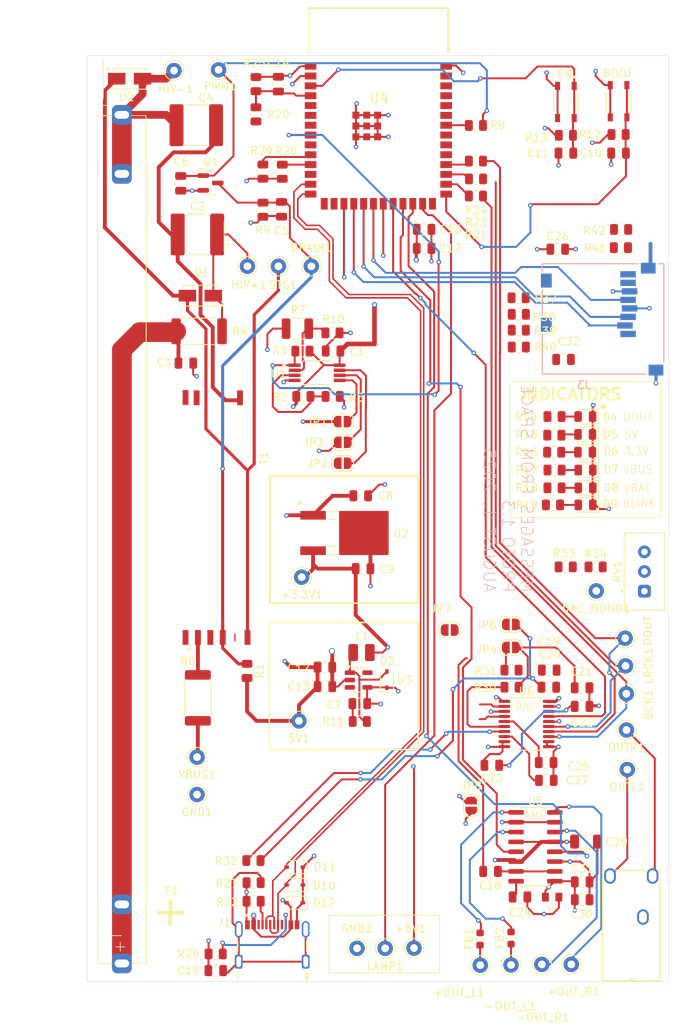
<source format=kicad_pcb>
(kicad_pcb (version 20241229) (generator "pcbnew") (generator_version "9.0")
  (layers (0 "F.Cu" signal) (4 "In1.Cu" signal) (6 "In2.Cu" signal) (2 "B.Cu" signal) (13 "F.Paste" user) (15 "B.Paste" user) (5 "F.SilkS" user "F.Silkscreen") (7 "B.SilkS" user "B.Silkscreen") (1 "F.Mask" user) (3 "B.Mask" user) (25 "Edge.Cuts" user))
  (net 0 "")
  (net 1 "/Power4/ANODE")
  (net 2 "+5V")
  (net 3 "Net-(Q1-D)")
  (net 4 "Net-(D3-A)")
  (net 5 "/Power4/CATHODE")
  (net 6 "/MCU4/SHELL_GND")
  (net 7 "Net-(D1-A)")
  (net 8 "/Audio4/OUTR")
  (net 9 "Net-(Q1-G)")
  (net 11 "Net-(D1-K)")
  (net 13 "/Audio4/OUTL")
  (net 14 "Net-(J3-DAT1)")
  (net 15 "Net-(C2-Pad1)")
  (net 16 "/PWM")
  (net 17 "/MOSI")
  (net 18 "/I2S_LRCK")
  (net 19 "/I2S_DOUT")
  (net 20 "/I2S_BCK")
  (net 21 "/MUTE")
  (net 22 "Net-(C3-Pad2)")
  (net 23 "/MISO")
  (net 24 "/CS")
  (net 27 "/EN")
  (net 28 "Net-(U4-IO4{slash}ADC1_CH3)")
  (net 30 "GND")
  (net 31 "/GPIO40")
  (net 33 "/GPIO38")
  (net 37 "/GPIO39")
  (net 38 "Net-(C7-Pad2)")
  (net 39 "/GPIO42")
  (net 40 "/GPIO16")
  (net 41 "/SCK")
  (net 42 "Net-(D5-A)")
  (net 43 "Net-(J1-CC1)")
  (net 44 "Net-(J1-CC2)")
  (net 45 "Net-(D6-A)")
  (net 46 "Net-(D7-A)")
  (net 47 "Net-(D8-A)")
  (net 48 "Net-(D9-A)")
  (net 50 "Net-(J3-DAT2)")
  (net 52 "Net-(U4-IO35)")
  (net 53 "Net-(JP1-A)")
  (net 54 "Net-(U4-IO36)")
  (net 56 "+3.3V")
  (net 57 "/SDA")
  (net 58 "/SCL")
  (net 59 "/USB_D-")
  (net 60 "/USB_D+")
  (net 61 "/GPIO0")
  (net 62 "VBUS")
  (net 68 "Net-(U4-IO37)")
  (net 69 "AGND")
  (net 70 "Net-(JP2-B)")
  (net 71 "Net-(JP3-A)")
  (net 72 "Net-(U1A-1IN+)")
  (net 73 "Net-(D4-A)")
  (net 74 "/BLINK")
  (net 75 "Net-(R6-Pad1)")
  (net 76 "/BAT_SENSE")
  (net 77 "Net-(U1A-1IN-)")
  (net 78 "/RAD_IN")
  (net 84 "Net-(+OUT_L1-Pad1)")
  (net 85 "/MUTE_AMP")
  (net 86 "/AMP")
  (net 87 "Net-(U5-+OUT_R)")
  (net 88 "Net-(-OUT_L1-Pad1)")
  (net 89 "Net-(U5--OUT_R)")
  (net 90 "/Audio4/DAC_MONO")
  (net 91 "Net-(U6-CAPM)")
  (net 92 "Net-(U6-CAPP)")
  (net 93 "Net-(U6-LDOO)")
  (net 94 "/Audio4/AMP_MONO")
  (net 95 "Net-(U5-VREF)")
  (net 96 "/Audio4/POT_OUTL")
  (net 97 "Net-(U6-VNEG)")
  (net 98 "Net-(U5-+OUT_L)")
  (net 99 "Net-(U5--OUT_L)")
  (net 100 "Net-(JP4-A)")
  (net 101 "Net-(JP6-A)")
  (net 102 "/LAMP")
  (net 103 "Net-(U6-OUTL)")
  (net 104 "Net-(U6-OUTR)")
  (net 105 "PGND")
  (footprint "Resistor_SMD:R_0805_2012Metric" (layer "F.Cu") (at 64.000008 105.45)
    (property "Reference" "R3")
    (property "Value" "10k")
  )
  (footprint "Resistor_SMD:R_0805_2012Metric" (layer "F.Cu") (at 90.9875 148.825 180)
    (property "Reference" "R30")
    (property "Value" "470R")
  )
  (footprint "Connector_Pin:Pin_D1.0mm_L10.0mm" (layer "F.Cu") (at 105.925 159.45)
    (property "Reference" "OUTL1")
    (property "Value" "TestPoint")
  )
  (footprint "Capacitor_SMD:C_0805_2012Metric" (layer "F.Cu") (at 79.7 92.2)
    (property "Reference" "C17")
    (property "Value" "1uF")
  )
  (footprint "Transformer_SMD:Transformer_Coilcraft_FL2810-1L" (layer "F.Cu") (at 48.5125 110.505 -90)
    (property "Reference" "T1")
    (property "Value" "FL2810-1L")
  )
  (footprint "Resistor_SMD:R_0805_2012Metric" (layer "F.Cu") (at 86.3875 85.43 180)
    (property "Reference" "R21")
    (property "Value" "33R")
  )
  (footprint "Resistor_SMD:R_0805_2012Metric" (layer "F.Cu") (at 104.8 77.5 180)
    (property "Reference" "R12")
    (property "Value" "10k")
  )
  (footprint "Diode_SMD:D_SOD-323" (layer "F.Cu") (at 63 174.35 180)
    (property "Reference" "D10")
    (property "Value" "PESD5V0S1BA")
  )
  (footprint "Resistor_SMD:R_0805_2012Metric" (layer "F.Cu") (at 91.925 102.75 180)
    (property "Reference" "R39")
    (property "Value" "4.7k")
  )
  (footprint "Connector_Pin:Pin_D1.0mm_L10.0mm" (layer "F.Cu") (at 98.7 184.6 90)
    (property "Reference" "+OUT_R1")
    (property "Value" "TestPoint")
  )
  (footprint "Package_TO_SOT_SMD:SOT-23" (layer "F.Cu") (at 52.1375 83.75)
    (property "Reference" "Q1")
    (property "Value" "AO3400A")
  )
  (footprint "Connector_Pin:Pin_D1.0mm_L10.0mm" (layer "F.Cu") (at 50.4 162.675)
    (property "Reference" "GND1")
    (property "Value" "TestPoint")
  )
  (footprint "Resistor_SMD:R_0805_2012Metric" (layer "F.Cu") (at 52.8 183.25 180)
    (property "Reference" "R26")
    (property "Value" "5.1k")
  )
  (footprint "Resistor_SMD:R_0805_2012Metric" (layer "F.Cu") (at 91.9 98.575 180)
    (property "Reference" "R37")
    (property "Value" "4.7k")
  )
  (footprint "Capacitor_SMD:C_0805_2012Metric" (layer "F.Cu") (at 48.95 107)
    (property "Reference" "C3")
    (property "Value" "1000pF")
  )
  (footprint "AP7363_33D_13:TO252-3L_DIO" (layer "F.Cu") (at 71.925 128.925 -90)
    (property "Reference" "U2")
    (property "Value" "AP7363-33D-13")
  )
  (footprint "Connector_Pin:Pin_D1.0mm_L10.0mm" (layer "F.Cu") (at 63.55 153.175)
    (property "Reference" "5V1")
    (property "Value" "TestPoint")
  )
  (footprint "Resistor_SMD:R_0805_2012Metric" (layer "F.Cu") (at 90.9875 146.625 180)
    (property "Reference" "R31")
    (property "Value" "10k")
  )
  (footprint "Resistor_SMD:R_0805_2012Metric" (layer "F.Cu") (at 98 77.6 180)
    (property "Reference" "R13")
    (property "Value" "10k")
  )
  (footprint "ES1H:DIOM4226X244N" (layer "F.Cu") (at 41.7 70.3)
    (property "Reference" "D2")
    (property "Value" "ES1H")
  )
  (footprint "Capacitor_SMD:C_0805_2012Metric" (layer "F.Cu") (at 71.5231 124.125)
    (property "Reference" "C8")
    (property "Value" "10uF")
  )
  (footprint "LED_SMD:LED_0805_2012Metric" (layer "F.Cu") (at 100.5 116.2 180)
    (property "Reference" "D5")
    (property "Value" "YELLOW")
  )
  (footprint "Fuse:Fuseholder_Clip-7.62mm_Littelfuse" (layer "F.Cu") (at 44.765 184.9225 90)
    (property "Reference" "F1")
    (property "Value" "Clip")
  )
  (footprint "Resistor_SMD:R_0805_2012Metric" (layer "F.Cu") (at 86.4 83.23 180)
    (property "Reference" "R23")
    (property "Value" "33R")
  )
  (footprint "Connector_Pin:Pin_D1.0mm_L10.0mm" (layer "F.Cu") (at 94.9 184.6 90)
    (property "Reference" "-OUT_R1")
    (property "Value" "TestPoint")
  )
  (footprint "Capacitor_SMD:C_0805_2012Metric" (layer "F.Cu") (at 95.475 160.85)
    (property "Reference" "C27")
    (property "Value" "0.1uF")
  )
  (footprint "Capacitor_SMD:C_0805_2012Metric" (layer "F.Cu") (at 95.85 146.625)
    (property "Reference" "C19")
    (property "Value" "2.2uF")
  )
  (footprint "Resistor_SMD:R_0805_2012Metric" (layer "F.Cu") (at 58.9 87.2 90)
    (property "Reference" "R9")
    (property "Value" "100R")
  )
  (footprint "Capacitor_SMD:C_0805_2012Metric" (layer "F.Cu") (at 66.9 146.24)
    (property "Reference" "C12")
    (property "Value" "10uF")
  )
  (footprint "Capacitor_SMD:C_0805_2012Metric" (layer "F.Cu") (at 95.45 158.55)
    (property "Reference" "C25")
    (property "Value" "2.2uF")
  )
  (footprint "Capacitor_SMD:C_0805_2012Metric" (layer "F.Cu") (at 100.1 173.95)
    (property "Reference" "C31")
    (property "Value" "1uF")
  )
  (footprint "Inductor_SMD:L_0603_1608Metric" (layer "F.Cu") (at 90.925 181.2 90)
    (property "Reference" "FB2")
    (property "Value" "FerriteBead_Small")
  )
  (footprint "Capacitor_SMD:C_2220_5750Metric" (layer "F.Cu") (at 50.45 90.4)
    (property "Reference" "C2")
    (property "Value" "1uF/ 500V")
  )
  (footprint "Connector_Pin:Pin_D1.0mm_L10.0mm" (layer "F.Cu") (at 90.925 184.675 90)
    (property "Reference" "-OUT_L1")
    (property "Value" "TestPoint")
  )
  (footprint "Potentiometer_THT:Potentiometer_Vishay_T93YA_Vertical" (layer "F.Cu") (at 108.1375 136.44 90)
    (property "Reference" "RV1")
    (property "Value" "R_Potentiometer")
  )
  (footprint "Resistor_SMD:R_0805_2012Metric" (layer "F.Cu") (at 96.4875 118.5 180)
    (property "Reference" "R16")
    (property "Value" "220R")
  )
  (footprint "Connector_Pin:Pin_D1.0mm_L10.0mm" (layer "F.Cu") (at 105.7 146.075)
    (property "Reference" "LRCK1")
    (property "Value" "TestPoint")
  )
  (footprint "Capacitor_SMD:C_0805_2012Metric" (layer "F.Cu") (at 98 79.9)
    (property "Reference" "C11")
    (property "Value" "0.1uF")
  )
  (footprint "Capacitor_SMD:C_0805_2012Metric" (layer "F.Cu") (at 92.075 175.9)
    (property "Reference" "C24")
    (property "Value" "1uF")
  )
  (footprint "Capacitor_SMD:C_2220_5750Metric" (layer "F.Cu") (at 50.3 76.3)
    (property "Reference" "C4")
    (property "Value" "1uF/ 500V")
  )
  (footprint "Resistor_SMD:R_0805_2012Metric" (layer "F.Cu") (at 96.5375 113.9 180)
    (property "Reference" "R14")
    (property "Value" "220R")
  )
  (footprint "Connector_Pin:Pin_D1.0mm_L10.0mm" (layer "F.Cu") (at 65.15 94.5)
    (property "Reference" "DRAIN1")
    (property "Value" "TestPoint")
  )
  (footprint "Jumper:SolderJumper-2_P1.3mm_Open_RoundedPad1.0x1.5mm" (layer "F.Cu") (at 85.775 164.1 90)
    (property "Reference" "JP8")
    (property "Value" "SolderJumper_2_Open")
  )
  (footprint "Resistor_SMD:R_2512_6332Metric" (layer "F.Cu") (at 50.5 150.2 -90)
    (property "Reference" "R6")
    (property "Value" "10R")
  )
  (footprint "LM393BIPWR:PW0008A-MFG" (layer "F.Cu") (at 65.900008 108.25)
    (property "Reference" "U1")
    (property "Value" "LM393BIPWR")
  )
  (footprint "Resistor_SMD:R_0805_2012Metric" (layer "F.Cu") (at 58.9 82.2875 -90)
    (property "Reference" "R29")
    (property "Value" "10k")
  )
  (footprint "Resistor_SMD:R_0805_2012Metric" (layer "F.Cu") (at 57.7 174.05 180)
    (property "Reference" "R27")
    (property "Value" "1M")
  )
  (footprint "Inductor_SMD:L_1008_2520Metric" (layer "F.Cu") (at 71.625 144.35 180)
    (property "Reference" "L1")
    (property "Value" "2.2uH")
  )
  (footprint "GRMJN7R61C206ME05D:CAPC1810X80N" (layer "F.Cu") (at 96.225 175.925)
    (property "Reference" "C28")
    (property "Value" "20uF")
  )
  (footprint "Connector_Pin:Pin_D1.0mm_L10.0mm" (layer "F.Cu") (at 78.4 182.5 90)
    (property "Reference" "+5V1")
    (property "Value" "TestPoint")
  )
  (footprint "STX_3000:STX-3000_KYC" (layer "F.Cu") (at 107.950124 178.490435 180)
    (property "Reference" "J2" (hide yes))
    (property "Value" "AUDIO JACK")
  )
  (footprint "Diode_SMD:D_SOD-323" (layer "F.Cu") (at 63 176.65 180)
    (property "Reference" "D12")
    (property "Value" "PESD5V0S1BA")
  )
  (footprint "Resistor_SMD:R_0805_2012Metric" (layer "F.Cu") (at 96.5375 120.8 180)
    (property "Reference" "R17")
    (property "Value" "220R")
  )
  (footprint "Capacitor_SMD:C_0805_2012Metric" (layer "F.Cu") (at 79.7 89.74)
    (property "Reference" "C16")
    (property "Value" "10uF")
  )
  (footprint "Resistor_SMD:R_0805_2012Metric" (layer "F.Cu") (at 71.4 153.25)
    (property "Reference" "R11")
    (property "Value" "10R")
  )
  (footprint "Resistor_SMD:R_0805_2012Metric" (layer "F.Cu") (at 86.3875 80.93 180)
    (property "Reference" "R24")
    (property "Value" "33R")
  )
  (footprint "Jumper:SolderJumper-2_P1.3mm_Open_RoundedPad1.0x1.5mm" (layer "F.Cu") (at 69.2 119.925)
    (property "Reference" "JP2")
    (property "Value" "SolderJumper_2_Open")
  )
  (footprint "Resistor_SMD:R_0805_2012Metric" (layer "F.Cu") (at 105.1 92.1 180)
    (property "Reference" "R41")
    (property "Value" "4.7k")
  )
  (footprint "Capacitor_SMD:C_1206_3216Metric" (layer "F.Cu") (at 100.6 168.75)
    (property "Reference" "C29")
    (property "Value" "220uF")
  )
  (footprint "Capacitor_SMD:C_0805_2012Metric" (layer "F.Cu") (at 88.4375 158.9 180)
    (property "Reference" "C23")
    (property "Value" "0.1uF")
  )
  (footprint "Jumper:SolderJumper-2_P1.3mm_Open_RoundedPad1.0x1.5mm" (layer "F.Cu") (at 83 141.45 180)
    (property "Reference" "JP7")
    (property "Value" "SolderJumper_2_Open")
  )
  (footprint "Jumper:SolderJumper-2_P1.3mm_Open_RoundedPad1.0x1.5mm" (layer "F.Cu") (at 69.2 117.225 180)
    (property "Reference" "JP3")
    (property "Value" "SolderJumper_2_Open")
  )
  (footprint "Package_SO:SOP-16_3.9x9.9mm_P1.27mm" (layer "F.Cu") (at 94.075 169.425)
    (property "Reference" "U5")
    (property "Value" "PAM8406DR")
  )
  (footprint "LED_SMD:LED_0805_2012Metric" (layer "F.Cu") (at 100.4875 118.5 180)
    (property "Reference" "D6")
    (property "Value" "YELLOW")
  )
  (footprint "Connector_Pin:Pin_D1.0mm_L10.0mm" (layer "F.Cu") (at 50.4 157.85)
    (property "Reference" "VBUS1")
    (property "Value" "TestPoint")
  )
  (footprint "Connector_Pin:Pin_D1.0mm_L10.0mm" (layer "F.Cu") (at 105.825 154.35)
    (property "Reference" "OUTR1")
    (property "Value" "TestPoint")
  )
  (footprint "Resistor_SMD:R_0805_2012Metric" (layer "F.Cu") (at 57.675 171.2 180)
    (property "Reference" "R32")
    (property "Value" "470R")
  )
  (footprint "Resistor_SMD:R_0805_2012Metric" (layer "F.Cu") (at 91.925 100.7 180)
    (property "Reference" "R38")
    (property "Value" "4.7k")
  )
  (footprint "Resistor_SMD:R_0805_2012Metric" (layer "F.Cu") (at 58 71 -90)
    (property "Reference" "R25")
    (property "Value" "10k")
  )
  (footprint "Diode_SMD:D_SOD-323" (layer "F.Cu") (at 63 172.05 180)
    (property "Reference" "D11")
    (property "Value" "PESD5V0S1BA")
  )
  (footprint "Connector_Pin:Pin_D1.0mm_L10.0mm" (layer "F.Cu") (at 47.425 69.25)
    (property "Reference" "HIV-1")
    (property "Value" "TestPoint")
  )
  (footprint "Capacitor_SMD:C_0805_2012Metric" (layer "F.Cu") (at 88.275 172.6 180)
    (property "Reference" "C18")
    (property "Value" "1uF")
  )
  (footprint "Connector_Pin:Pin_D1.0mm_L10.0mm" (layer "F.Cu") (at 105.65 142.5)
    (property "Reference" "DOUT1" (hide yes))
    (property "Value" "TestPoint")
  )
  (footprint "Resistor_SMD:R_0805_2012Metric" (layer "F.Cu") (at 57.7 176.45 180)
    (property "Reference" "R22")
    (property "Value" "5.1k")
  )
  (footprint "ES1H:DIOM4226X244N" (layer "F.Cu") (at 50.825 98.3 180)
    (property "Reference" "D1")
    (property "Value" "ES1H")
  )
  (footprint "Resistor_SMD:R_0805_2012Metric" (layer "F.Cu") (at 86.3875 76.33 180)
    (property "Reference" "R8")
    (property "Value" "1K")
  )
  (footprint "Capacitor_SMD:C_0805_2012Metric" (layer "F.Cu") (at 97.7 106.525)
    (property "Reference" "C32")
    (property "Value" "1uF")
  )
  (footprint "Resistor_SMD:R_2512_6332Metric" (layer "F.Cu") (at 50.6625 102.9)
    (property "Reference" "R4")
    (property "Value" "560k, 1M")
  )
  (footprint "SKRPABE010:SW_SKRPABE010" (layer "F.Cu") (at 104.8 73.2 -90)
    (property "Reference" "S1" (hide yes))
    (property "Value" "SKRPABE010" (hide yes))
  )
  (footprint "Resistor_SMD:R_0805_2012Metric" (layer "F.Cu") (at 105.125 89.75 180)
    (property "Reference" "R42")
    (property "Value" "4.7k")
  )
  (footprint "Resistor_SMD:R_0805_2012Metric" (layer "F.Cu") (at 96.5125 116.3 180)
    (property "Reference" "R15")
    (property "Value" "220R")
  )
  (footprint "Capacitor_SMD:C_0805_2012Metric" (layer "F.Cu") (at 95.8 148.825)
    (property "Reference" "C20")
    (property "Value" "2.2nF")
  )
  (footprint "Capacitor_SMD:C_0805_2012Metric" (layer "F.Cu") (at 96.95 92.3)
    (property "Reference" "C26")
    (property "Value" "10uF")
  )
  (footprint "Capacitor_SMD:C_0805_2012Metric" (layer "F.Cu") (at 67.950008 105.44)
    (property "Reference" "C1")
    (property "Value" "0.1uF")
  )
  (footprint "Resistor_SMD:R_1210_3225Metric" (layer "F.Cu") (at 63.35 102.55 180)
    (property "Reference" "R7")
    (property "Value" "1M")
  )
  (footprint "Capacitor_SMD:C_0805_2012Metric" (layer "F.Cu") (at 100.0875 151.3)
    (property "Reference" "C22")
    (property "Value" "10uF")
  )
  (footprint "Resistor_SMD:R_0805_2012Metric" (layer "F.Cu") (at 96.5375 123.1 180)
    (property "Reference" "R18")
    (property "Value" "220R")
  )
  (footprint "Capacitor_SMD:C_0805_2012Metric" (layer "F.Cu") (at 100.1 176.25)
    (property "Reference" "C30")
    (property "Value" "0.1uF")
  )
  (footprint "SKRPABE010:SW_SKRPABE010" (layer "F.Cu") (at 98 73.3 -90)
    (property "Reference" "S2" (hide yes))
    (property "Value" "SKRPABE010" (hide yes))
  )
  (footprint "Package_TO_SOT_SMD:SOT-23-5" (layer "F.Cu") (at 71.2625 147.9)
    (property "Reference" "U3")
    (property "Value" "TPS613222ADBV")
  )
  (footprint "Resistor_SMD:R_0805_2012Metric" (layer "F.Cu") (at 61.4 82.3 -90)
    (property "Reference" "R28")
    (property "Value" "10k")
  )
  (footprint "Jumper:SolderJumper-2_P1.3mm_Open_RoundedPad1.0x1.5mm" (layer "F.Cu") (at 90.9 143.7)
    (property "Reference" "JP4")
    (property "Value" "SolderJumper_2_Open")
  )
  (footprint "Connector_Pin:Pin_D1.0mm_L10.0mm" (layer "F.Cu") (at 105.8 149.675)
    (property "Reference" "BCK1")
    (property "Value" "TestPoint")
  )
  (footprint "Capacitor_SMD:C_0805_2012Metric" (layer "F.Cu") (at 66.9 148.75)
    (property "Reference" "C13")
    (property "Value" "10uF")
  )
  (footprint "Connector_Pin:Pin_D1.0mm_L10.0mm" (layer "F.Cu") (at 60.9 94.5)
    (property "Reference" "STG1")
    (property "Value" "TestPoint")
  )
  (footprint "Jumper:SolderJumper-2_P1.3mm_Open_RoundedPad1.0x1.5mm" (layer "F.Cu") (at 69.175 114.55 180)
    (property "Reference" "JP1")
    (property "Value" "SolderJumper_2_Open")
  )
  (footprint "LED_SMD:LED_0805_2012Metric" (layer "F.Cu") (at 100.5375 123.1 180)
    (property "Reference" "D8")
    (property "Value" "YELLOW")
  )
  (footprint "Capacitor_SMD:C_0805_2012Metric" (layer "F.Cu") (at 61.3 87.15 -90)
    (property "Reference" "C5")
    (property "Value" "1000pF")
  )
  (footprint "Capacitor_SMD:C_0805_2012Metric" (layer "F.Cu") (at 48.3 83.8 -90)
    (property "Reference" "C6")
    (property "Value" "100pF")
  )
  (footprint "Capacitor_SMD:C_0805_2012Metric" (layer "F.Cu") (at 71.8231 133.525)
    (property "Reference" "C9")
    (property "Value" "10uF")
  )
  (footprint "Connector_Pin:Pin_D1.0mm_L10.0mm" (layer "F.Cu") (at 63.9 134.625)
    (property "Reference" "+3.3V1")
    (property "Value" "TestPoint")
  )
  (footprint "USB4105-GF-A:GCT_USB4105-GF-A" (layer "F.Cu") (at 60.1 184.25)
    (property "Reference" "J1")
    (property "Value" "USB4105-GF-A")
  )
  (footprint "Connector_Pin:Pin_D1.0mm_L10.0mm" (layer "F.Cu") (at 74.675 182.525 90)
    (property "Reference" "LAMP1")
    (property "Value" "TestPoint")
  )
  (footprint "Resistor_SMD:R_0805_2012Metric" (layer "F.Cu") (at 101.8375 133.3)
    (property "Reference" "R34")
    (property "Value" "10k")
  )
  (footprint "Connector_Pin:Pin_D1.0mm_L10.0mm" (layer "F.Cu") (at 53.175 69.15)
    (property "Reference" "PWM1")
    (property "Value" "TestPoint")
  )
  (footprint "Connector_Pin:Pin_D1.0mm_L10.0mm" (layer "F.Cu") (at 71.05 182.525)
    (property "Reference" "GND2")
    (property "Value" "TestPoint")
  )
  (footprint "Capacitor_SMD:C_0805_2012Metric" (layer "F.Cu") (at 100.0875 148.9)
    (property "Reference" "C21")
    (property "Value" "2.2nF")
  )
  (footprint "Resistor_SMD:R_0805_2012Metric" (layer "F.Cu") (at 64.125 111.3 180)
    (property "Reference" "R2")
    (property "Value" "22k")
  )
  (footprint "Jumper:SolderJumper-2_P1.3mm_Open_RoundedPad1.0x1.5mm" (layer "F.Cu") (at 90.9 140.725)
    (property "Reference" "JP6")
    (property "Value" "SolderJumper_2_Open")
  )
  (footprint "Resistor_SMD:R_0805_2012Metric" (layer "F.Cu") (at 58 74.9 -90)
    (property "Reference" "R20")
    (property "Value" "2.7k")
  )
  (footprint "Resistor_SMD:R_0805_2012Metric" (layer "F.Cu") (at 96.3375 125.3 180)
    (property "Reference" "R19")
    (property "Value" "220R")
  )
  (footprint "Capacitor_SMD:C_0805_2012Metric" (layer "F.Cu") (at 60.9 71 90)
    (property "Reference" "C14")
    (property "Value" "0.1uF")
  )
  (footprint "LED_SMD:LED_0805_2012Metric" (layer "F.Cu") (at 100.5375 120.8 180)
    (property "Reference" "D7")
    (property "Value" "BLUE")
  )
  (footprint "Package_SO:TSSOP-20_4.4x6.5mm_P0.65mm" (layer "F.Cu") (at 92.925 153.575)
    (property "Reference" "U6")
    (property "Value" "PCM5102")
  )
  (footprint "LED_SMD:LED_0805_2012Metric" (layer "F.Cu") (at 100.5375 125.3 180)
    (property "Reference" "D9")
    (property "Value" "YELLOW")
  )
  (footprint "Resistor_SMD:R_0805_2012Metric" (layer "F.Cu") (at 67.9 111.3 180)
    (property "Reference" "R5")
    (property "Value" "10k")
  )
  (footprint "Resistor_SMD:R_0805_2012Metric" (layer "F.Cu") (at 91.925 104.925 180)
    (property "Reference" "R40")
    (property "Value" "4.7k")
  )
  (footprint "LED_SMD:LED_0805_2012Metric" (layer "F.Cu") (at 100.5125 113.9 180)
    (property "Reference" "D4")
    (property "Value" "YELLOW")
  )
  (footprint "KiCad:ESP32S3WROOM1N8R2" (layer "F.Cu") (at 73.8 73.94)
    (property "Reference" "U4")
    (property "Value" "ESP32-S3-WROOM-1-N8" (hide yes))
  )
  (footprint "Connector_Pin:Pin_D1.0mm_L10.0mm" (layer "F.Cu") (at 56.9 94.5)
    (property "Reference" "HIV+1")
    (property "Value" "TestPoint")
  )
  (footprint "Resistor_SMD:R_0805_2012Metric" (layer "F.Cu") (at 67.875 103.1 180)
    (property "Reference" "R10")
    (property "Value" "10k")
  )
  (footprint "Inductor_SMD:L_0603_1608Metric" (layer "F.Cu") (at 86.925 181.325 90)
    (property "Reference" "FB1")
    (property "Value" "FerriteBead_Small")
  )
  (footprint "Resistor_SMD:R_0805_2012Metric" (layer "F.Cu") (at 56.85 146.725 -90)
    (property "Reference" "R1")
    (property "Value" "220R")
  )
  (footprint "Connector_Pin:Pin_D1.0mm_L10.0mm" (layer "F.Cu") (at 101.925 136.4)
    (property "Reference" "DAC_MONO1")
    (property "Value" "TestPoint")
  )
  (footprint "Capacitor_SMD:C_0805_2012Metric" (layer "F.Cu") (at 104.8 79.9)
    (property "Reference" "C10")
    (property "Value" "0.1uF")
  )
  (footprint "Connector_Pin:Pin_D1.0mm_L10.0mm" (layer "F.Cu") (at 86.95 184.7 90)
    (property "Reference" "+OUT_L1")
    (property "Value" "TestPoint")
  )
  (footprint "Capacitor_SMD:C_0805_2012Metric" (layer "F.Cu") (at 71.4 150.95 180)
    (property "Reference" "C7")
    (property "Value" "120pF")
  )
  (footprint "Capacitor_SMD:C_0805_2012Metric" (layer "F.Cu") (at 52.8125 185.4)
    (property "Reference" "C15")
    (property "Value" "0.01uF")
  )
  (footprint "Diode_SMD:D_SOD-323" (layer "F.Cu") (at 74.9 147.85 90)
    (property "Reference" "D3")
    (property "Value" "D_Schottky")
  )
  (footprint "Resistor_SMD:R_0805_2012Metric" (layer "F.Cu") (at 97.975 133.3 180)
    (property "Reference" "R33")
    (property "Value" "10k")
  )
  (footprint "MEM2061 SD CARD CONNECTOR:MEM2061-01-188-00-A_GCT" (layer "B.Cu") (at 102.8 101.3 -90)
    (property "Reference" "J3")
    (property "Value" "MEM2061-01-188-00-A")
  )
  (gr_poly (pts (xy 78.925 140.475) (xy 78.925 156.875) (xy 59.725 156.875) (xy 59.725 140.475)) (stroke (width 0.2)) (fill no) (layer "F.SilkS"))
  (gr_line (start 67.45 178.25) (end 67.45 185.7) (stroke (width 0.1)) (layer "F.SilkS"))
  (gr_line (start 110.2375 126.9) (end 110.2375 109.4) (stroke (width 0.1)) (layer "F.SilkS"))
  (gr_line (start 81.7 178.25) (end 67.45 178.25) (stroke (width 0.1)) (layer "F.SilkS"))
  (gr_line (start 81.7 185.7) (end 81.7 178.25) (stroke (width 0.1)) (layer "F.SilkS"))
  (gr_line (start 67.45 185.7) (end 81.7 185.7) (stroke (width 0.1)) (layer "F.SilkS"))
  (gr_line (start 90.7375 109.4) (end 90.7375 126.9) (stroke (width 0.1)) (layer "F.SilkS"))
  (gr_poly (pts (xy 78.925 121.575) (xy 78.925 137.975) (xy 59.825 137.975) (xy 59.825 121.575)) (stroke (width 0.2)) (fill no) (layer "F.SilkS"))
  (gr_line (start 90.7375 126.9) (end 110.2375 126.9) (stroke (width 0.1)) (layer "F.SilkS"))
  (gr_line (start 38.3 67.7) (end 38.3 72.9) (stroke (width 0.1)) (layer "F.SilkS"))
  (gr_line (start 53.9 88.7) (end 53.9 92.7) (stroke (width 0.1)) (layer "F.SilkS"))
  (gr_circle (center 102.8375 112.6) (end 103.153728 112.6) (stroke (width 0.1)) (fill yes) (layer "F.SilkS"))
  (gr_line (start 110.2375 109.4) (end 90.7375 109.4) (stroke (width 0.1)) (layer "F.SilkS"))
  (gr_rect (start 36.2 67.3) (end 111.25 186.825) (stroke (width 0.05)) (fill no) (layer "Edge.Cuts"))
  (gr_text "-" (at 37.3 74.5 0) (layer "F.SilkS") (effects (font (size 1.5 1.5) (thickness 0.1)) (justify left bottom)))
  (gr_text "+" (at 49.75 179.975 0) (layer "F.SilkS") (effects (font (size 4 4) (thickness 0.5) (bold yes)) (justify left bottom mirror)))
  (gr_text "DOUT" (at 105.3375 114.5 0) (layer "F.SilkS") (effects (font (size 1 1) (thickness 0.1)) (justify left bottom)))
  (gr_text "VBAT" (at 105.4375 123.7 0) (layer "F.SilkS") (effects (font (size 1 1) (thickness 0.1)) (justify left bottom)))
  (gr_text "VBUS" (at 105.3375 121.3 0) (layer "F.SilkS") (effects (font (size 1 1) (thickness 0.1)) (justify left bottom)))
  (gr_text "INDICATORS" (at 92.0375 111.9 0) (layer "F.SilkS") (effects (font (size 1.5 1.5) (thickness 0.3) (bold yes)) (justify left bottom)))
  (gr_text "AMP" (at 92.475 165.925 0) (layer "F.SilkS") (effects (font (size 1 1) (thickness 0.1)) (justify left bottom)))
  (gr_text "+" (at 39.5 183.1 0) (layer "F.SilkS") (effects (font (size 1.5 1.5) (thickness 0.1)) (justify left bottom)))
  (gr_text "EN" (at 96.8 70.3 0) (layer "F.SilkS") (effects (font (size 1 1) (thickness 0.125)) (justify left bottom)))
  (gr_text "5V" (at 105.4375 116.8 0) (layer "F.SilkS") (effects (font (size 1 1) (thickness 0.1)) (justify left bottom)))
  (gr_text "DAC" (at 91.35 151.85 0) (layer "F.SilkS") (effects (font (size 1 1) (thickness 0.1)) (justify left bottom)))
  (gr_text "BOOT" (at 102.7 70.2 0) (layer "F.SilkS") (effects (font (size 1 1) (thickness 0.125)) (justify left bottom)))
  (gr_text "BLINK" (at 105.2375 125.7 0) (layer "F.SilkS") (effects (font (size 1 1) (thickness 0.1)) (justify left bottom)))
  (gr_text "DOUT" (at 108.575 141.525 90) (layer "F.SilkS") (effects (font (size 1 1))))
  (gr_text "3.3V" (at 105.4375 118.9 0) (layer "F.SilkS") (effects (font (size 1 1) (thickness 0.1)) (justify left bottom)))
  (gr_text "MESSAGES FROM SPACE\nPROTO 1.3\nAUGUST 1, 2025" (at 87.25 136.7 270) (layer "B.SilkS") (effects (font (size 1.5 1.5) (thickness 0.1)) (justify left bottom mirror)))
  (segment (start 40.7 176.8575) (end 40.7 105.3) (width 2.54) (layer "F.Cu") (net 1))
  (segment (start 40.7 184.4775) (end 40.7 176.8575) (width 2.54) (layer "F.Cu") (net 1))
  (segment (start 48 107) (end 48 103.2) (width 0.5) (layer "F.Cu") (net 1))
  (segment (start 47.6 103) (end 47.7 102.9) (width 2.54) (layer "F.Cu") (net 1))
  (segment (start 40.7 105.3) (end 43 103) (width 2.54) (layer "F.Cu") (net 1))
  (segment (start 43 103) (end 47.6 103) (width 2.54) (layer "F.Cu") (net 1))
  (segment (start 48 103.2) (end 47.7 102.9) (width 0.254) (layer "F.Cu") (net 1))
  (segment (start 65.95 146.24) (end 62.49 146.24) (width 0.5) (layer "F.Cu") (net 2))
  (segment (start 56.85 151.95) (end 58.075 153.175) (width 0.5) (layer "F.Cu") (net 2))
  (segment (start 62.49 146.24) (end 61.725 145.475) (width 0.5) (layer "F.Cu") (net 2))
  (segment (start 78.4 182.5) (end 78.4 159.125) (width 0.254) (layer "F.Cu") (net 2))
  (segment (start 56.85 147.6375) (end 56.85 151.95) (width 0.5) (layer "F.Cu") (net 2))
  (segment (start 74.9 148.9) (end 75.975 148.9) (width 0.254) (layer "F.Cu") (net 2))
  (segment (start 76.3625 149.3375) (end 76.325 149.3) (width 0.254) (layer "F.Cu") (net 2))
  (segment (start 72.4 148.85) (end 74.85 148.85) (width 0.254) (layer "F.Cu") (net 2))
  (segment (start 72.35 150.95) (end 72.35 148.9) (width 0.254) (layer "F.Cu") (net 2))
  (segment (start 65.95 146.24) (end 65.95 148.75) (width 0.5) (layer "F.Cu") (net 2))
  (segment (start 72.35 150.95) (end 74.05 150.95) (width 0.254) (layer "F.Cu") (net 2))
  (segment (start 74.05 150.95) (end 74.1 151) (width 0.254) (layer "F.Cu") (net 2))
  (segment (start 65.95 148.75) (end 63.55 151.15) (width 0.5) (layer "F.Cu") (net 2))
  (segment (start 74.85 148.85) (end 74.9 148.9) (width 0.254) (layer "F.Cu") (net 2))
  (segment (start 75.975 148.9) (end 76.5 149.425) (width 0.254) (layer "F.Cu") (net 2))
  (segment (start 58.075 153.175) (end 63.55 153.175) (width 0.5) (layer "F.Cu") (net 2))
  (segment (start 72.35 148.9) (end 72.4 148.85) (width 0.254) (layer "F.Cu") (net 2))
  (segment (start 63.55 151.15) (end 63.55 153.175) (width 0.5) (layer "F.Cu") (net 2))
  (segment (start 78.4 159.125) (end 78.325 159.05) (width 0.254) (layer "F.Cu") (net 2))
  (segment (start 76.45 149.425) (end 76.3625 149.3375) (width 0.254) (layer "F.Cu") (net 2))
  (via (at 78.325 159.05) (size 0.6) (drill 0.3) (layers "F.Cu" "B.Cu") (net 2))
  (via (at 74.1 151) (size 0.6) (drill 0.3) (layers "F.Cu" "B.Cu") (net 2))
  (via (at 61.725 145.475) (size 0.6) (drill 0.3) (layers "F.Cu" "B.Cu") (net 2))
  (via (at 76.3625 149.3375) (size 0.6) (drill 0.3) (layers "F.Cu" "B.Cu") (net 2))
  (segment (start 53.7125 140.0875) (end 53.7125 142.405) (width 0.4) (layer "F.Cu") (net 3))
  (segment (start 53.7 140.075) (end 53.7 120.625) (width 0.4) (layer "F.Cu") (net 3))
  (segment (start 55.6125 86.2875) (end 53.075 83.75) (width 0.254) (layer "F.Cu") (net 3))
  (segment (start 62.375 90.825) (end 65.15 93.6) (width 0.254) (layer "F.Cu") (net 3))
  (segment (start 58.9 86.2875) (end 55.6125 86.2875) (width 0.254) (layer "F.Cu") (net 3))
  (segment (start 55.7375 145.8125) (end 56.85 145.8125) (width 0.4) (layer "F.Cu") (net 3))
  (segment (start 61.3 86.2) (end 61.8 86.2) (width 0.254) (layer "F.Cu") (net 3))
  (segment (start 65.15 93.6) (end 65.15 94.5) (width 0.254) (layer "F.Cu") (net 3))
  (segment (start 53.7125 143.7875) (end 55.7375 145.8125) (width 0.4) (layer "F.Cu") (net 3))
  (segment (start 53.7 140.075) (end 53.7125 140.0875) (width 0.4) (layer "F.Cu") (net 3))
  (segment (start 62.375 86.775) (end 62.375 90.825) (width 0.254) (layer "F.Cu") (net 3))
  (segment (start 61.8 86.2) (end 62.375 86.775) (width 0.254) (layer "F.Cu") (net 3))
  (segment (start 58.9 86.2875) (end 61.2125 86.2875) (width 0.254) (layer "F.Cu") (net 3))
  (segment (start 53.7125 142.405) (end 53.7125 143.7875) (width 0.4) (layer "F.Cu") (net 3))
  (via (at 53.7 120.625) (size 0.6) (drill 0.3) (layers "F.Cu" "B.Cu") (net 3))
  (segment (start 65.15 95.9) (end 65.15 94.5) (width 0.4) (layer "B.Cu") (net 3))
  (segment (start 53.725 107.325) (end 65.15 95.9) (width 0.4) (layer "B.Cu") (net 3))
  (segment (start 53.7 120.625) (end 53.7 107.35) (width 0.4) (layer "B.Cu") (net 3))
  (segment (start 73.85 147.85) (end 74.9 146.8) (width 0.254) (layer "F.Cu") (net 4))
  (segment (start 71.35 147.85) (end 71.35 147.4) (width 0.254) (layer "F.Cu") (net 4))
  (segment (start 70.125 144.775) (end 70.55 144.35) (width 0.254) (layer "F.Cu") (net 4))
  (segment (start 71.35 147.85) (end 73.85 147.85) (width 0.254) (layer "F.Cu") (net 4))
  (segment (start 70.125 146.95) (end 70.125 144.775) (width 0.254) (layer "F.Cu") (net 4))
  (segment (start 70.9 146.95) (end 70.125 146.95) (width 0.254) (layer "F.Cu") (net 4))
  (segment (start 71.35 152.625) (end 71.35 147.85) (width 0.254) (layer "F.Cu") (net 4))
  (segment (start 71.975 153.25) (end 71.35 152.625) (width 0.254) (layer "F.Cu") (net 4))
  (segment (start 71.35 147.4) (end 70.9 146.95) (width 0.254) (layer "F.Cu") (net 4))
  (segment (start 72.3125 153.25) (end 71.975 153.25) (width 0.254) (layer "F.Cu") (net 4))
  (segment (start 40.695 74.9625) (end 46.4125 74.9625) (width 1) (layer "F.Cu") (net 5))
  (segment (start 46.375 70.3) (end 47.425 69.25) (width 1) (layer "F.Cu") (net 5))
  (segment (start 43.37 70.3) (end 43.37 72.2875) (width 1) (layer "F.Cu") (net 5))
  (segment (start 43.37 72.2875) (end 40.695 74.9625) (width 1) (layer "F.Cu") (net 5))
  (segment (start 43.37 70.3) (end 46.375 70.3) (width 1) (layer "F.Cu") (net 5))
  (segment (start 40.695 74.9625) (end 40.695 82.5825) (width 2.54) (layer "F.Cu") (net 5))
  (segment (start 46.4125 74.9625) (end 47.75 76.3) (width 1) (layer "F.Cu") (net 5))
  (segment (start 55.78 184.25) (end 64.42 184.25) (width 0.254) (layer "F.Cu") (net 6))
  (segment (start 58.175 172.8) (end 55.85 172.8) (width 0.254) (layer "F.Cu") (net 6))
  (segment (start 53.7625 185.65) (end 54.38 185.65) (width 0.254) (layer "F.Cu") (net 6))
  (segment (start 54.38 185.65) (end 55.78 184.25) (width 0.254) (layer "F.Cu") (net 6))
  (segment (start 54.975 173.675) (end 54.975 179.265) (width 0.254) (layer "F.Cu") (net 6))
  (segment (start 64.42 184.25) (end 64.42 180.07) (width 0.254) (layer "F.Cu") (net 6))
  (segment (start 58.6125 173.2375) (end 58.175 172.8) (width 0.254) (layer "F.Cu") (net 6))
  (segment (start 58.6125 174.05) (end 58.6125 173.2375) (width 0.254) (layer "F.Cu") (net 6))
  (segment (start 55.85 172.8) (end 54.975 173.675) (width 0.254) (layer "F.Cu") (net 6))
  (segment (start 54.975 179.265) (end 55.78 180.07) (width 0.254) (layer "F.Cu") (net 6))
  (segment (start 55.78 180.07) (end 55.78 184.25) (width 0.254) (layer "F.Cu") (net 6))
  (segment (start 57.775 120) (end 56.9125 120.8625) (width 0.4) (layer "F.Cu") (net 7))
  (segment (start 38.5 71.83) (end 40.03 70.3) (width 0.5) (layer "F.Cu") (net 7))
  (segment (start 51.55 102.6) (end 49.155 100.205) (width 0.4) (layer "F.Cu") (net 7))
  (segment (start 54.4625 118.4125) (end 51.55 115.5) (width 0.4) (layer "F.Cu") (net 7))
  (segment (start 49.155 100.205) (end 49.155 98.3) (width 0.4) (layer "F.Cu") (net 7))
  (segment (start 51.55 115.5) (end 51.55 102.6) (width 0.4) (layer "F.Cu") (net 7))
  (segment (start 47.3 98.3) (end 38.5 89.5) (width 0.5) (layer "F.Cu") (net 7))
  (segment (start 49.155 98.3) (end 47.3 98.3) (width 0.5) (layer "F.Cu") (net 7))
  (segment (start 60.9 94.5) (end 60.9 97.625) (width 0.4) (layer "F.Cu") (net 7))
  (segment (start 56.9125 142.405) (end 56.9125 120.8625) (width 0.4) (layer "F.Cu") (net 7))
  (segment (start 56.9125 120.8625) (end 54.4625 118.4125) (width 0.4) (layer "F.Cu") (net 7))
  (segment (start 38.5 89.5) (end 38.5 71.83) (width 0.5) (layer "F.Cu") (net 7))
  (segment (start 57.775 100.75) (end 57.775 120) (width 0.4) (layer "F.Cu") (net 7))
  (segment (start 60.9 97.625) (end 57.775 100.75) (width 0.4) (layer "F.Cu") (net 7))
  (segment (start 109.475 158) (end 109.475 172.56525) (width 0.254) (layer "F.Cu") (net 8))
  (segment (start 91.55 140.725) (end 93.375 142.55) (width 0.254) (layer "F.Cu") (net 8))
  (segment (start 83.425 155.725) (end 83.425 149.1) (width 0.254) (layer "F.Cu") (net 8))
  (segment (start 81.425 157.725) (end 83.425 155.725) (width 0.254) (layer "F.Cu") (net 8))
  (segment (start 58.5875 171.2) (end 69.0625 160.725) (width 0.254) (layer "F.Cu") (net 8))
  (segment (start 109.475 172.56525) (end 108.849817 173.190433) (width 0.254) (layer "F.Cu") (net 8))
  (segment (start 93.725 147.7) (end 94.85 148.825) (width 0.254) (layer "F.Cu") (net 8))
  (segment (start 69.0625 160.725) (end 71.5 160.725) (width 0.254) (layer "F.Cu") (net 8))
  (segment (start 105.825 154.35) (end 109.475 158) (width 0.254) (layer "F.Cu") (net 8))
  (via (at 83.425 149.1) (size 0.6) (drill 0.3) (layers "F.Cu" "B.Cu") (net 8))
  (via (at 81.425 157.725) (size 0.6) (drill 0.3) (layers "F.Cu" "B.Cu") (net 8))
  (via (at 93.725 147.7) (size 0.6) (drill 0.3) (layers "F.Cu" "B.Cu") (net 8))
  (via (at 71.5 160.725) (size 0.6) (drill 0.3) (layers "F.Cu" "B.Cu") (net 8))
  (via (at 93.375 142.55) (size 0.6) (drill 0.3) (layers "F.Cu" "B.Cu") (net 8))
  (segment (start 84.825 147.7) (end 83.425 149.1) (width 0.254) (layer "B.Cu") (net 8))
  (segment (start 74.25 160.725) (end 77.25 157.725) (width 0.254) (layer "B.Cu") (net 8))
  (segment (start 93.725 147.7) (end 84.825 147.7) (width 0.254) (layer "B.Cu") (net 8))
  (segment (start 77.25 157.725) (end 81.425 157.725) (width 0.254) (layer "B.Cu") (net 8))
  (segment (start 71.5 160.725) (end 74.25 160.725) (width 0.254) (layer "B.Cu") (net 8))
  (segment (start 93.375 142.55) (end 93.375 147.35) (width 0.254) (layer "B.Cu") (net 8))
  (segment (start 93.375 147.35) (end 93.725 147.7) (width 0.254) (layer "B.Cu") (net 8))
  (segment (start 51.15 82.85) (end 51.2 82.8) (width 0.254) (layer "F.Cu") (net 9))
  (segment (start 55.1 80.275) (end 55.1 71.075) (width 0.254) (layer "F.Cu") (net 9))
  (segment (start 52.575 82.8) (end 55.1 80.275) (width 0.254) (layer "F.Cu") (net 9))
  (segment (start 87.3 76.33) (end 87.3 74.925) (width 0.254) (layer "F.Cu") (net 9))
  (segment (start 51.2 82.8) (end 52.575 82.8) (width 0.254) (layer "F.Cu") (net 9))
  (segment (start 87.3 74.925) (end 87.8 74.425) (width 0.254) (layer "F.Cu") (net 9))
  (segment (start 48.3 82.85) (end 51.15 82.85) (width 0.254) (layer "F.Cu") (net 9))
  (segment (start 55.1 71.075) (end 53.175 69.15) (width 0.254) (layer "F.Cu") (net 9))
  (via (at 87.8 74.425) (size 0.6) (drill 0.3) (layers "F.Cu" "B.Cu") (net 9))
  (segment (start 54.025 68.3) (end 53.175 69.15) (width 0.254) (layer "B.Cu") (net 9))
  (segment (start 87.8 74.425) (end 87.8 69.2) (width 0.254) (layer "B.Cu") (net 9))
  (segment (start 86.9 68.3) (end 54.025 68.3) (width 0.254) (layer "B.Cu") (net 9))
  (segment (start 87.8 69.2) (end 86.9 68.3) (width 0.254) (layer "B.Cu") (net 9))
  (segment (start 56.9 92.85) (end 54.45 90.4) (width 0.254) (layer "F.Cu") (net 11))
  (segment (start 54.45 90.4) (end 53 90.4) (width 0.254) (layer "F.Cu") (net 11))
  (segment (start 52.495 90.905) (end 53 90.4) (width 0.254) (layer "F.Cu") (net 11))
  (segment (start 56.9 94.5) (end 56.9 92.85) (width 0.254) (layer "F.Cu") (net 11))
  (segment (start 53.625 99.43) (end 53.625 102.9) (width 0.254) (layer "F.Cu") (net 11))
  (segment (start 52.495 98.3) (end 52.495 90.905) (width 0.254) (layer "F.Cu") (net 11))
  (segment (start 52.495 98.3) (end 53.625 99.43) (width 0.254) (layer "F.Cu") (net 11))
  (segment (start 93.075 144.875) (end 91.9 143.7) (width 0.254) (layer "F.Cu") (net 13))
  (segment (start 103.699942 173.190433) (end 103.349818 173.190433) (width 0.254) (layer "F.Cu") (net 13))
  (segment (start 96.7 143.7) (end 99.1375 146.1375) (width 0.254) (layer "F.Cu") (net 13))
  (segment (start 105.925 159.45) (end 105.925 170.965375) (width 0.254) (layer "F.Cu") (net 13))
  (segment (start 91.9 148.6) (end 93.075 147.425) (width 0.254) (layer "F.Cu") (net 13))
  (segment (start 93.075 147.425) (end 93.075 144.875) (width 0.254) (layer "F.Cu") (net 13))
  (segment (start 105.925 170.965375) (end 103.699942 173.190433) (width 0.254) (layer "F.Cu") (net 13))
  (segment (start 91.55 143.7) (end 96.7 143.7) (width 0.254) (layer "F.Cu") (net 13))
  (segment (start 91.9 143.7) (end 91.55 143.7) (width 0.254) (layer "F.Cu") (net 13))
  (segment (start 99.1375 146.1375) (end 99.1375 148.9) (width 0.254) (layer "F.Cu") (net 13))
  (segment (start 91.9 148.825) (end 91.9 148.6) (width 0.254) (layer "F.Cu") (net 13))
  (segment (start 47.9 93.85) (end 50.85 96.8) (width 0.5) (layer "F.Cu") (net 15))
  (segment (start 55.6175 111.8) (end 55.9425 111.475) (width 0.5) (layer "F.Cu") (net 15))
  (segment (start 47.9 90.4) (end 47.9 93.85) (width 0.5) (layer "F.Cu") (net 15))
  (segment (start 50.85 100.8) (end 52.425 102.375) (width 0.5) (layer "F.Cu") (net 15))
  (segment (start 45.45 88.801597) (end 47.048403 90.4) (width 0.5) (layer "F.Cu") (net 15))
  (segment (start 50.85 96.8) (end 50.85 100.8) (width 0.5) (layer "F.Cu") (net 15))
  (segment (start 52.425 110.125) (end 54.1 111.8) (width 0.5) (layer "F.Cu") (net 15))
  (segment (start 52.85 76.3) (end 52.85 78.45) (width 0.5) (layer "F.Cu") (net 15))
  (segment (start 52.425 102.375) (end 52.425 110.125) (width 0.5) (layer "F.Cu") (net 15))
  (segment (start 52.85 78.45) (end 51.5 79.8) (width 0.5) (layer "F.Cu") (net 15))
  (segment (start 45.45 81.725) (end 45.45 88.801597) (width 0.5) (layer "F.Cu") (net 15))
  (segment (start 47.375 79.8) (end 45.45 81.725) (width 0.5) (layer "F.Cu") (net 15))
  (segment (start 51.5 79.8) (end 47.375 79.8) (width 0.5) (layer "F.Cu") (net 15))
  (segment (start 54.1 111.8) (end 55.6175 111.8) (width 0.5) (layer "F.Cu") (net 15))
  (segment (start 47.048403 90.4) (end 47.9 90.4) (width 0.5) (layer "F.Cu") (net 15))
  (segment (start 82.55 76.3) (end 85.445 76.3) (width 0.254) (layer "F.Cu") (net 16))
  (segment (start 85.445 76.3) (end 85.475 76.33) (width 0.254) (layer "F.Cu") (net 16))
  (segment (start 71.895 86.44) (end 71.895 94.525) (width 0.254) (layer "F.Cu") (net 17))
  (via (at 71.895 94.525) (size 0.6) (drill 0.3) (layers "F.Cu" "B.Cu") (net 17))
  (segment (start 71.895 94.54268) (end 73.27732 95.925) (width 0.254) (layer "B.Cu") (net 17))
  (segment (start 98.525 98.4) (end 101.165001 101.040001) (width 0.254) (layer "B.Cu") (net 17))
  (segment (start 71.895 94.525) (end 71.895 94.54268) (width 0.254) (layer "B.Cu") (net 17))
  (segment (start 101.165001 101.040001) (end 106.028401 101.040001) (width 0.254) (layer "B.Cu") (net 17))
  (segment (start 93.975 98.4) (end 98.525 98.4) (width 0.254) (layer "B.Cu") (net 17))
  (segment (start 91.5 95.925) (end 93.975 98.4) (width 0.254) (layer "B.Cu") (net 17))
  (segment (start 73.27732 95.925) (end 91.5 95.925) (width 0.254) (layer "B.Cu") (net 17))
  (segment (start 88.95 130.575) (end 104.45 146.075) (width 0.254) (layer "F.Cu") (net 18))
  (segment (start 95.55 153.925) (end 98.225 153.925) (width 0.254) (layer "F.Cu") (net 18))
  (segment (start 88.95 83.65) (end 88.95 130.575) (width 0.254) (layer "F.Cu") (net 18))
  (segment (start 104.45 146.075) (end 105.7 146.075) (width 0.254) (layer "F.Cu") (net 18))
  (segment (start 98.225 153.925) (end 98.25 153.9) (width 0.254) (layer "F.Cu") (net 18))
  (via (at 98.25 153.9) (size 0.6) (drill 0.3) (layers "F.Cu" "B.Cu") (net 18))
  (segment (start 103.775 152.075) (end 101.95 153.9) (width 0.254) (layer "B.Cu") (net 18))
  (segment (start 101.95 153.9) (end 98.25 153.9) (width 0.254) (layer "B.Cu") (net 18))
  (segment (start 103.8 147.975) (end 103.775 147.975) (width 0.254) (layer "B.Cu") (net 18))
  (segment (start 105.7 146.075) (end 103.8 147.975) (width 0.254) (layer "B.Cu") (net 18))
  (segment (start 103.775 147.975) (end 103.775 152.075) (width 0.254) (layer "B.Cu") (net 18))
  (segment (start 89.498501 105.6) (end 89.498501 105.798501) (width 0.254) (layer "F.Cu") (net 19))
  (segment (start 103.625 146.975) (end 103.625 146.95) (width 0.254) (layer "F.Cu") (net 19))
  (segment (start 95.7875 154.55) (end 101.975 154.55) (width 0.254) (layer "F.Cu") (net 19))
  (segment (start 104.3 152.225) (end 104.3 147.675) (width 0.254) (layer "F.Cu") (net 19))
  (segment (start 104.3 147.675) (end 104.3 147.65) (width 0.254) (layer "F.Cu") (net 19))
  (segment (start 101.975 154.55) (end 104.3 152.225) (width 0.254) (layer "F.Cu") (net 19))
  (segment (start 104.3 147.675) (end 104.2875 147.6875) (width 0.254) (layer "F.Cu") (net 19))
  (segment (start 89.498501 81.748501) (end 89.498501 105.6) (width 0.254) (layer "F.Cu") (net 19))
  (segment (start 89.475 105.623501) (end 89.475 130.175) (width 0.254) (layer "F.Cu") (net 19))
  (segment (start 104.3 147.65) (end 103.625 146.975) (width 0.254) (layer "F.Cu") (net 19))
  (segment (start 87.3 80.93) (end 88.68 80.93) (width 0.254) (layer "F.Cu") (net 19))
  (segment (start 89.498501 105.6) (end 89.475 105.623501) (width 0.254) (layer "F.Cu") (net 19))
  (segment (start 88.68 80.93) (end 89.498501 81.748501) (width 0.254) (layer "F.Cu") (net 19))
  (segment (start 89.475 130.175) (end 101.8 142.5) (width 0.254) (layer "F.Cu") (net 19))
  (segment (start 101.8 142.5) (end 105.65 142.5) (width 0.254) (layer "F.Cu") (net 19))
  (via (at 103.625 146.95) (size 0.6) (drill 0.3) (layers "F.Cu" "B.Cu") (net 19))
  (segment (start 103.625 144.525) (end 105.65 142.5) (width 0.254) (layer "B.Cu") (net 19))
  (segment (start 103.625 146.95) (end 103.625 144.525) (width 0.254) (layer "B.Cu") (net 19))
  (segment (start 87.3 85.825) (end 88.4 86.925) (width 0.254) (layer "F.Cu") (net 20))
  (segment (start 87.3 85.43) (end 87.3 85.825) (width 0.254) (layer "F.Cu") (net 20))
  (segment (start 95.55 155.225) (end 97.15 155.225) (width 0.254) (layer "F.Cu") (net 20))
  (segment (start 97.15 155.225) (end 97.1625 155.2125) (width 0.254) (layer "F.Cu") (net 20))
  (segment (start 88.4 130.75) (end 105.8 148.15) (width 0.254) (layer "F.Cu") (net 20))
  (segment (start 88.4 86.925) (end 88.4 130.75) (width 0.254) (layer "F.Cu") (net 20))
  (segment (start 105.8 148.15) (end 105.8 149.675) (width 0.254) (layer "F.Cu") (net 20))
  (segment (start 97.1625 155.2125) (end 97.175 155.2) (width 0.254) (layer "F.Cu") (net 20))
  (via (at 97.1625 155.2125) (size 0.6) (drill 0.3) (layers "F.Cu" "B.Cu") (net 20))
  (segment (start 97.175 155.225) (end 97.1625 155.2125) (width 0.254) (layer "B.Cu") (net 20))
  (segment (start 105.8 151.525) (end 102.1 155.225) (width 0.254) (layer "B.Cu") (net 20))
  (segment (start 102.1 155.225) (end 97.175 155.225) (width 0.254) (layer "B.Cu") (net 20))
  (segment (start 105.8 149.675) (end 105.8 151.525) (width 0.254) (layer "B.Cu") (net 20))
  (segment (start 96.775 152.575) (end 96.725 152.625) (width 0.254) (layer "F.Cu") (net 21))
  (segment (start 87.65 107.225) (end 87.65 132.025) (width 0.254) (layer "F.Cu") (net 21))
  (segment (start 86.175 105.75) (end 87.65 107.225) (width 0.254) (layer "F.Cu") (net 21))
  (segment (start 103.05 147.425) (end 103.05 152.175) (width 0.254) (layer "F.Cu") (net 21))
  (segment (start 78.6875 98.0625) (end 78.6125 98.0625) (width 0.254) (layer "F.Cu") (net 21))
  (segment (start 78.6125 98.0625) (end 75.705 95.155) (width 0.254) (layer "F.Cu") (net 21))
  (segment (start 103.05 152.175) (end 102.65 152.575) (width 0.254) (layer "F.Cu") (net 21))
  (segment (start 75.705 95.155) (end 75.705 86.44) (width 0.254) (layer "F.Cu") (net 21))
  (segment (start 87.65 132.025) (end 103.05 147.425) (width 0.254) (layer "F.Cu") (net 21))
  (segment (start 79.225 98.6) (end 78.6875 98.0625) (width 0.254) (layer "F.Cu") (net 21))
  (segment (start 102.65 152.575) (end 96.775 152.575) (width 0.254) (layer "F.Cu") (net 21))
  (segment (start 96.725 152.625) (end 95.55 152.625) (width 0.254) (layer "F.Cu") (net 21))
  (via (at 86.1125 105.6875) (size 0.6) (drill 0.3) (layers "F.Cu" "B.Cu") (net 21))
  (via (at 79.225 98.6) (size 0.6) (drill 0.3) (layers "F.Cu" "B.Cu") (net 21))
  (segment (start 79.225 98.6) (end 79.875 99.25) (width 0.254) (layer "B.Cu") (net 21))
  (segment (start 79.875 99.25) (end 79.875 99.45) (width 0.254) (layer "B.Cu") (net 21))
  (segment (start 86.1125 105.6875) (end 86.175 105.75) (width 0.254) (layer "B.Cu") (net 21))
  (segment (start 79.875 99.45) (end 86.1125 105.6875) (width 0.254) (layer "B.Cu") (net 21))
  (segment (start 49.9 107) (end 49.925 107.025) (width 0.254) (layer "F.Cu") (net 22))
  (segment (start 59.475 103.25) (end 59.475 105.275) (width 0.254) (layer "F.Cu") (net 22))
  (segment (start 50.35 108.7) (end 50.175 108.7) (width 0.254) (layer "F.Cu") (net 22))
  (segment (start 49.9 108.425) (end 49.9 107) (width 0.254) (layer "F.Cu") (net 22))
  (segment (start 50.175 108.7) (end 49.9 108.425) (width 0.254) (layer "F.Cu") (net 22))
  (segment (start 61.8875 102.55) (end 60.175 102.55) (width 0.254) (layer "F.Cu") (net 22))
  (segment (start 60.175 102.55) (end 59.475 103.25) (width 0.254) (layer "F.Cu") (net 22))
  (via (at 50.35 108.7) (size 0.6) (drill 0.3) (layers "F.Cu" "B.Cu") (net 22))
  (via (at 59.475 105.275) (size 0.6) (drill 0.3) (layers "F.Cu" "B.Cu") (net 22))
  (segment (start 74.435 93.14) (end 74.4 93.175) (width 0.254) (layer "F.Cu") (net 23))
  (segment (start 74.435 86.44) (end 74.435 93.125) (width 0.254) (layer "F.Cu") (net 23))
  (segment (start 74.435 93.125) (end 74.435 93.14) (width 0.254) (layer "F.Cu") (net 23))
  (via (at 74.435 93.125) (size 0.6) (drill 0.3) (layers "F.Cu" "B.Cu") (net 23))
  (segment (start 70.625 86.44) (end 70.625 95.3) (width 0.254) (layer "F.Cu") (net 24))
  (via (at 70.625 95.3) (size 0.6) (drill 0.3) (layers "F.Cu" "B.Cu") (net 24))
  (segment (start 101.05 102.075) (end 101.114927 102.139927) (width 0.254) (layer "B.Cu") (net 24))
  (segment (start 101.05 102.075) (end 100.95 102.175) (width 0.254) (layer "B.Cu") (net 24))
  (segment (start 91.4 96.55) (end 94.05 99.2) (width 0.254) (layer "B.Cu") (net 24))
  (segment (start 70.625 95.3) (end 71.875 96.55) (width 0.254) (layer "B.Cu") (net 24))
  (segment (start 98.175 99.2) (end 101.05 102.075) (width 0.254) (layer "B.Cu") (net 24))
  (segment (start 71.875 96.55) (end 91.4 96.55) (width 0.254) (layer "B.Cu") (net 24))
  (segment (start 101.114927 102.139927) (end 105.628402 102.139927) (width 0.254) (layer "B.Cu") (net 24))
  (segment (start 94.05 99.2) (end 98.175 99.2) (width 0.254) (layer "B.Cu") (net 24))
  (segment (start 94.329235 68.720765) (end 92.8 70.25) (width 0.254) (layer "F.Cu") (net 27))
  (segment (start 99.075 75.375) (end 98.9125 75.5375) (width 0.254) (layer "F.Cu") (net 27))
  (segment (start 65.05 71.22) (end 66.555 71.22) (width 0.254) (layer "F.Cu") (net 27))
  (segment (start 66.555 71.22) (end 68.6375 69.1375) (width 0.254) (layer "F.Cu") (net 27))
  (segment (start 98.9125 77.6) (end 98.9125 79.8625) (width 0.254) (layer "F.Cu") (net 27))
  (segment (start 99.075 69.041529) (end 98.754236 68.720765) (width 0.254) (layer "F.Cu") (net 27))
  (segment (start 99.075 71.225) (end 99.075 75.375) (width 0.254) (layer "F.Cu") (net 27))
  (segment (start 99.075 71.225) (end 99.075 69.041529) (width 0.254) (layer "F.Cu") (net 27))
  (segment (start 98.754236 68.720765) (end 94.329235 68.720765) (width 0.254) (layer "F.Cu") (net 27))
  (segment (start 98.9125 79.8625) (end 98.95 79.9) (width 0.254) (layer "F.Cu") (net 27))
  (segment (start 98.9125 75.5375) (end 98.9125 77.6) (width 0.254) (layer "F.Cu") (net 27))
  (segment (start 92.8 70.25) (end 86.975 70.25) (width 0.254) (layer "F.Cu") (net 27))
  (via (at 86.975 70.25) (size 0.6) (drill 0.3) (layers "F.Cu" "B.Cu") (net 27))
  (via (at 68.6375 69.1375) (size 0.6) (drill 0.3) (layers "F.Cu" "B.Cu") (net 27))
  (segment (start 68.6375 69.1375) (end 82.0625 69.1375) (width 0.254) (layer "B.Cu") (net 27))
  (segment (start 86.675 70.55) (end 86.975 70.25) (width 0.254) (layer "B.Cu") (net 27))
  (segment (start 83.65 70.625) (end 86.675 70.625) (width 0.254) (layer "B.Cu") (net 27))
  (segment (start 86.675 70.625) (end 86.675 70.55) (width 0.254) (layer "B.Cu") (net 27))
  (segment (start 83.6 70.675) (end 83.65 70.625) (width 0.254) (layer "B.Cu") (net 27))
  (segment (start 82.0625 69.1375) (end 83.6 70.675) (width 0.254) (layer "B.Cu") (net 27))
  (segment (start 58 71.9125) (end 60.8625 71.9125) (width 0.254) (layer "F.Cu") (net 28))
  (segment (start 63.19 72.49) (end 62.9 72.2) (width 0.254) (layer "F.Cu") (net 28))
  (segment (start 62.9 72.2) (end 61.15 72.2) (width 0.254) (layer "F.Cu") (net 28))
  (segment (start 58 71.9125) (end 58 73.9875) (width 0.254) (layer "F.Cu") (net 28))
  (segment (start 60.8625 71.9125) (end 60.9 71.95) (width 0.254) (layer "F.Cu") (net 28))
  (segment (start 61.15 72.2) (end 60.9 71.95) (width 0.254) (layer "F.Cu") (net 28))
  (segment (start 65.05 72.49) (end 63.19 72.49) (width 0.254) (layer "F.Cu") (net 28))
  (segment (start 101.85 69.325) (end 101.85 69.25) (width 0.254) (layer "F.Cu") (net 30))
  (segment (start 97.05 79.9) (end 97.05 81.475) (width 0.254) (layer "F.Cu") (net 30))
  (segment (start 62.5 69.9) (end 62.4 69.9) (width 0.254) (layer "F.Cu") (net 30))
  (segment (start 72.7731 135.7769) (end 72.725 135.825) (width 0.254) (layer "F.Cu") (net 30))
  (segment (start 101.45 113.9) (end 101.45 125.275) (width 0.254) (layer "F.Cu") (net 30))
  (segment (start 51.8875 181.5375) (end 51.9 181.525) (width 0.254) (layer "F.Cu") (net 30))
  (segment (start 72.3 76.4) (end 70.9 76.4) (width 0.254) (layer "F.Cu") (net 30))
  (segment (start 56.7875 174.05) (end 56.7875 175.3) (width 0.254) (layer "F.Cu") (net 30))
  (segment (start 61.05 69.9) (end 60.9 70.05) (width 0.254) (layer "F.Cu") (net 30))
  (segment (start 69.425 147.9) (end 68.575 148.75) (width 0.254) (layer "F.Cu") (net 30))
  (segment (start 70.9 75) (end 70.9 76.4) (width 0.254) (layer "F.Cu") (net 30))
  (segment (start 64.05 174.35) (end 64.05 172.05) (width 0.254) (layer "F.Cu") (net 30))
  (segment (start 72.7731 129.7731) (end 71.925 128.925) (width 0.254) (layer "F.Cu") (net 30))
  (segment (start 58.1375 88.875) (end 57.325 88.875) (width 0.254) (layer "F.Cu") (net 30))
  (segment (start 70.9 73.6) (end 71 73.5) (width 0.254) (layer "F.Cu") (net 30))
  (segment (start 82.63 68.6) (end 82.55 68.68) (width 0.254) (layer "F.Cu") (net 30))
  (segment (start 67.000008 104.887492) (end 68.7875 103.1) (width 0.254) (layer "F.Cu") (net 30))
  (segment (start 61.2125 88.0125) (end 61.3 88.1) (width 0.254) (layer "F.Cu") (net 30))
  (segment (start 64.05 172.05) (end 65.5 170.6) (width 0.254) (layer "F.Cu") (net 30))
  (segment (start 70.9 77.8) (end 72.3 77.8) (width 0.254) (layer "F.Cu") (net 30))
  (segment (start 95.525 70.325) (end 95.525 69.525) (width 0.254) (layer "F.Cu") (net 30))
  (segment (start 58.9 88.1125) (end 58.1375 88.875) (width 0.254) (layer "F.Cu") (net 30))
  (segment (start 51.15 84.75) (end 51.2 84.7) (width 0.254) (layer "F.Cu") (net 30))
  (segment (start 84.75 69.525) (end 83.825 68.6) (width 0.254) (layer "F.Cu") (net 30))
  (segment (start 62.4 69.9) (end 61.05 69.9) (width 0.254) (layer "F.Cu") (net 30))
  (segment (start 67.45 118.325) (end 66.15 118.325) (width 0.254) (layer "F.Cu") (net 30))
  (segment (start 68.7875 103.1) (end 70.2 103.1) (width 0.254) (layer "F.Cu") (net 30))
  (segment (start 72.4731 124.125) (end 73.9231 122.675) (width 0.254) (layer "F.Cu") (net 30))
  (segment (start 96.925 71.225) (end 96.425 71.225) (width 0.254) (layer "F.Cu") (net 30))
  (segment (start 101.45 113.9) (end 101.45 112.5125) (width 0.254) (layer "F.Cu") (net 30))
  (segment (start 60.9 70.05) (end 58.0375 70.05) (width 0.254) (layer "F.Cu") (net 30))
  (segment (start 72.3 75) (end 73.7 75) (width 0.254) (layer "F.Cu") (net 30))
  (segment (start 95.525 69.525) (end 95.525 69.475) (width 0.254) (layer "F.Cu") (net 30))
  (segment (start 56.7875 179.3825) (end 56.9 179.495) (width 0.254) (layer "F.Cu") (net 30))
  (segment (start 68.8125 111.3) (end 69.375 111.8625) (width 0.254) (layer "F.Cu") (net 30))
  (segment (start 97.05 81.55) (end 97.025 81.575) (width 0.254) (layer "F.Cu") (net 30))
  (segment (start 63.3 179.495) (end 63.3 177.4) (width 0.254) (layer "F.Cu") (net 30))
  (segment (start 56.7875 175.3) (end 56.7875 176.45) (width 0.254) (layer "F.Cu") (net 30))
  (segment (start 80.65 92.2) (end 80.65 93.85) (width 0.254) (layer "F.Cu") (net 30))
  (segment (start 56.7875 176.45) (end 56.7875 179.3825) (width 0.254) (layer "F.Cu") (net 30))
  (segment (start 72.7731 133.525) (end 72.7731 135.7769) (width 0.254) (layer "F.Cu") (net 30))
  (segment (start 67.000008 105.44) (end 67.000008 104.887492) (width 0.254) (layer "F.Cu") (net 30))
  (segment (start 64.05 176.65) (end 64.05 174.35) (width 0.254) (layer "F.Cu") (net 30))
  (segment (start 103.85 79.9) (end 103.85 81.35) (width 0.254) (layer "F.Cu") (net 30))
  (segment (start 73.7 75) (end 73.7 76.4) (width 0.254) (layer "F.Cu") (net 30))
  (segment (start 70.9 77.8) (end 70.9 79.1) (width 0.254) (layer "F.Cu") (net 30))
  (segment (start 51.8625 183.275) (end 51.8875 183.25) (width 0.254) (layer "F.Cu") (net 30))
  (segment (start 73.7 76.4) (end 72.3 76.4) (width 0.254) (layer "F.Cu") (net 30))
  (segment (start 101.8375 125.3) (end 101.475 125.3) (width 0.254) (layer "F.Cu") (net 30))
  (segment (start 70.125 147.9) (end 69.425 147.9) (width 0.254) (layer "F.Cu") (net 30))
  (segment (start 103.5125 125.825) (end 102.3625 125.825) (width 0.254) (layer "F.Cu") (net 30))
  (segment (start 68.55 117.225) (end 67.45 118.325) (width 0.254) (layer "F.Cu") (net 30))
  (segment (start 70.2 103.1) (end 70.225 103.1) (width 0.254) (layer "F.Cu") (net 30))
  (segment (start 101.45 125.275) (end 101.475 125.3) (width 0.254) (layer "F.Cu") (net 30))
  (segment (start 61.575 109.45) (end 61.800001 109.224999) (width 0.254) (layer "F.Cu") (net 30))
  (segment (start 101.45 112.5125) (end 101.5375 112.425) (width 0.254) (layer "F.Cu") (net 30))
  (segment (start 49.775 84.75) (end 51.15 84.75) (width 0.254) (layer "F.Cu") (net 30))
  (segment (start 48.3 84.75) (end 49.775 84.75) (width 0.254) (layer "F.Cu") (net 30))
  (segment (start 80.65 89.74) (end 80.65 92.2) (width 0.254) (layer "F.Cu") (net 30))
  (segment (start 67.85 144.225) (end 67.8 144.175) (width 0.5) (layer "F.Cu") (net 30))
  (segment (start 83.825 68.6) (end 82.63 68.6) (width 0.254) (layer "F.Cu") (net 30))
  (segment (start 67.85 146.24) (end 67.85 144.225) (width 0.5) (layer "F.Cu") (net 30))
  (segment (start 73.7 77.8) (end 73.7 76.4) (width 0.254) (layer "F.Cu") (net 30))
  (segment (start 70.9 75) (end 70.9 73.6) (width 0.254) (layer "F.Cu") (net 30))
  (segment (start 73.9231 122.675) (end 74.65 122.675) (width 0.254) (layer "F.Cu") (net 30))
  (segment (start 67.85 148.75) (end 67.85 146.24) (width 0.5) (layer "F.Cu") (net 30))
  (segment (start 58.9 88.0125) (end 61.2125 88.0125) (width 0.254) (layer "F.Cu") (net 30))
  (segment (start 69.375 111.8625) (end 69.375 112.7) (width 0.254) (layer "F.Cu") (net 30))
  (segment (start 97.05 81.475) (end 97.05 81.55) (width 0.254) (layer "F.Cu") (net 30))
  (segment (start 65.05 68.68) (end 63.72 68.68) (width 0.254) (layer "F.Cu") (net 30))
  (segment (start 70.9 75) (end 72.3 75) (width 0.254) (layer "F.Cu") (net 30))
  (segment (start 63.3 177.4) (end 64.05 176.65) (width 0.254) (layer "F.Cu") (net 30))
  (segment (start 103.725 71.125) (end 103 71.125) (width 0.254) (layer "F.Cu") (net 30))
  (segment (start 61.800001 109.224999) (end 63.000024 109.224999) (width 0.254) (layer "F.Cu") (net 30))
  (segment (start 96.425 71.225) (end 95.525 70.325) (width 0.254) (layer "F.Cu") (net 30))
  (segment (start 72.3 77.8) (end 73.7 77.8) (width 0.254) (layer "F.Cu") (net 30))
  (segment (start 101.85 69.975) (end 101.85 69.325) (width 0.254) (layer "F.Cu") (net 30))
  (segment (start 51.8875 183.25) (end 51.8875 181.5375) (width 0.254) (layer "F.Cu") (net 30))
  (segment (start 63.72 68.68) (end 62.5 69.9) (width 0.254) (layer "F.Cu") (net 30))
  (segment (start 103.725 71.125) (end 103.725 75.275) (width 0.254) (layer "F.Cu") (net 30))
  (segment (start 68.575 148.75) (end 67.85 148.75) (width 0.254) (layer "F.Cu") (net 30))
  (segment (start 51.8625 185.65) (end 51.8625 183.275) (width 0.254) (layer "F.Cu") (net 30))
  (segment (start 70.9 76.4) (end 70.9 77.8) (width 0.254) (layer "F.Cu") (net 30))
  (segment (start 96.925 71.225) (end 96.925 75.375) (width 0.254) (layer "F.Cu") (net 30))
  (segment (start 73.7 77.8) (end 75.1 77.8) (width 0.254) (layer "F.Cu") (net 30))
  (segment (start 103.5375 125.8) (end 103.5125 125.825) (width 0.254) (layer "F.Cu") (net 30))
  (segment (start 102.3625 125.825) (end 101.8375 125.3) (width 0.254) (layer "F.Cu") (net 30))
  (segment (start 73.7 75) (end 75.1 75) (width 0.254) (layer "F.Cu") (net 30))
  (segment (start 72.7731 133.525) (end 72.7731 129.7731) (width 0.5) (layer "F.Cu") (net 30))
  (segment (start 58.0375 70.05) (end 58 70.0875) (width 0.254) (layer "F.Cu") (net 30))
  (segment (start 103 71.125) (end 101.85 69.975) (width 0.254) (layer "F.Cu") (net 30))
  (via (at 51.8875 181.5375) (size 0.6) (drill 0.3) (layers "F.Cu" "B.Cu") (net 30))
  (via (at 67.8 144.175) (size 0.8) (drill 0.6) (layers "F.Cu" "B.Cu") (net 30))
  (via (at 74.65 122.675) (size 0.6) (drill 0.3) (layers "F.Cu" "B.Cu") (net 30))
  (via (at 103.5375 125.8) (size 0.6) (drill 0.3) (layers "F.Cu" "B.Cu") (net 30))
  (via (at 101.5375 112.425) (size 0.6) (drill 0.3) (layers "F.Cu" "B.Cu") (net 30))
  (via (at 101.85 69.325) (size 0.6) (drill 0.3) (layers "F.Cu" "B.Cu") (net 30))
  (via (at 75.1 77.8) (size 0.6) (drill 0.3) (layers "F.Cu" "B.Cu") (net 30))
  (via (at 109.628401 109.6) (size 0.6) (drill 0.3) (layers "F.Cu" "B.Cu") (net 30))
  (via (at 61.575 109.45) (size 0.6) (drill 0.3) (layers "F.Cu" "B.Cu") (net 30))
  (via (at 49.775 84.75) (size 0.6) (drill 0.3) (layers "F.Cu" "B.Cu") (net 30))
  (via (at 72.7731 135.7769) (size 0.6) (drill 0.3) (layers "F.Cu" "B.Cu") (net 30))
  (via (at 70.9 79.1) (size 0.6) (drill 0.3) (layers "F.Cu" "B.Cu") (net 30))
  (via (at 75.1 75) (size 0.6) (drill 0.3) (layers "F.Cu" "B.Cu") (net 30))
  (via (at 103.85 81.35) (size 0.6) (drill 0.3) (layers "F.Cu" "B.Cu") (net 30))
  (via (at 65.5 170.6) (size 0.6) (drill 0.3) (layers "F.Cu" "B.Cu") (net 30))
  (via (at 84.75 69.525) (size 0.6) (drill 0.3) (layers "F.Cu" "B.Cu") (net 30))
  (via (at 69.375 112.7) (size 0.6) (drill 0.3) (layers "F.Cu" "B.Cu") (net 30))
  (via (at 62.4 69.9) (size 0.6) (drill 0.3) (layers "F.Cu" "B.Cu") (net 30))
  (via (at 97.05 81.475) (size 0.6) (drill 0.3) (layers "F.Cu" "B.Cu") (net 30))
  (via (at 57.325 88.875) (size 0.6) (drill 0.3) (layers "F.Cu" "B.Cu") (net 30))
  (via (at 56.7875 175.3) (size 0.6) (drill 0.3) (layers "F.Cu" "B.Cu") (net 30))
  (via (at 71 73.5) (size 0.6) (drill 0.3) (layers "F.Cu" "B.Cu") (net 30))
  (via (at 80.65 93.85) (size 0.6) (drill 0.3) (layers "F.Cu" "B.Cu") (net 30))
  (via (at 104.075 97.75) (size 0.6) (drill 0.3) (layers "F.Cu" "B.Cu") (net 30))
  (via (at 70.2 103.1) (size 0.6) (drill 0.3) (layers "F.Cu" "B.Cu") (net 30))
  (via (at 95.525 69.525) (size 0.6) (drill 0.3) (layers "F.Cu" "B.Cu") (net 30))
  (via (at 66.15 118.325) (size 0.6) (drill 0.3) (layers "F.Cu" "B.Cu") (net 30))
  (segment (start 108.628401 94.75) (end 108.925 94.453401) (width 0.5) (layer "B.Cu") (net 30))
  (segment (start 109.628401 109.6) (end 109.628401 107.900002) (width 0.4) (layer "B.Cu") (net 30))
  (segment (start 108.925 94.453401) (end 108.925 91.6034) (width 0.5) (layer "B.Cu") (net 30))
  (segment (start 104.085 97.74) (end 104.075 97.75) (width 0.254) (layer "B.Cu") (net 30))
  (segment (start 106.228401 97.74) (end 104.085 97.74) (width 0.254) (layer "B.Cu") (net 30))
  (segment (start 70.4875 153.25) (end 70.4875 150.9875) (width 0.254) (layer "F.Cu") (net 38))
  (segment (start 70.4875 150.9875) (end 70.45 150.95) (width 0.254) (layer "F.Cu") (net 38))
  (segment (start 73.165 93.75) (end 73.165 86.44) (width 0.254) (layer "F.Cu") (net 41))
  (via (at 73.165 93.75) (size 0.6) (drill 0.3) (layers "F.Cu" "B.Cu") (net 41))
  (segment (start 74.750171 95.35) (end 91.475 95.35) (width 0.254) (layer "B.Cu") (net 41))
  (segment (start 96.975 94.6) (end 101.215 98.84) (width 0.254) (layer "B.Cu") (net 41))
  (segment (start 73.165 93.764829) (end 74.750171 95.35) (width 0.254) (layer "B.Cu") (net 41))
  (segment (start 101.215 98.84) (end 106.028401 98.84) (width 0.254) (layer "B.Cu") (net 41))
  (segment (start 92.225 94.6) (end 96.975 94.6) (width 0.254) (layer "B.Cu") (net 41))
  (segment (start 73.165 93.75) (end 73.165 93.764829) (width 0.254) (layer "B.Cu") (net 41))
  (segment (start 91.475 95.35) (end 92.225 94.6) (width 0.254) (layer "B.Cu") (net 41))
  (segment (start 97.525 116.2) (end 97.425 116.3) (width 0.254) (layer "F.Cu") (net 42))
  (segment (start 99.5625 116.2) (end 97.525 116.2) (width 0.254) (layer "F.Cu") (net 42))
  (segment (start 58.6125 177.7625) (end 58.85 178) (width 0.254) (layer "F.Cu") (net 43))
  (segment (start 58.85 178) (end 58.85 179.47) (width 0.254) (layer "F.Cu") (net 43))
  (segment (start 58.6125 176.45) (end 58.6125 177.7625) (width 0.254) (layer "F.Cu") (net 43))
  (segment (start 61.85 179.47) (end 61.85 178.225) (width 0.254) (layer "F.Cu") (net 44))
  (segment (start 53.7125 183.25) (end 53.7125 181.8375) (width 0.254) (layer "F.Cu") (net 44))
  (segment (start 53.975 183.25) (end 53.7125 183.25) (width 0.254) (layer "F.Cu") (net 44))
  (segment (start 53.7125 181.8375) (end 53.7 181.825) (width 0.254) (layer "F.Cu") (net 44))
  (via (at 53.7 181.825) (size 0.6) (drill 0.3) (layers "F.Cu" "B.Cu") (net 44))
  (via (at 61.85 178.225) (size 0.6) (drill 0.3) (layers "F.Cu" "B.Cu") (net 44))
  (segment (start 53.975 182.1) (end 59.925 182.1) (width 0.254) (layer "B.Cu") (net 44))
  (segment (start 59.925 182.1) (end 61.825 180.2) (width 0.254) (layer "B.Cu") (net 44))
  (segment (start 61.825 180.2) (end 61.825 178.25) (width 0.254) (layer "B.Cu") (net 44))
  (segment (start 53.7 181.825) (end 53.975 182.1) (width 0.254) (layer "B.Cu") (net 44))
  (segment (start 61.825 178.25) (end 61.85 178.225) (width 0.254) (layer "B.Cu") (net 44))
  (segment (start 99.55 118.5) (end 97.4 118.5) (width 0.254) (layer "F.Cu") (net 45))
  (segment (start 99.6 120.8) (end 97.45 120.8) (width 0.254) (layer "F.Cu") (net 46))
  (segment (start 99.6 123.1) (end 97.45 123.1) (width 0.254) (layer "F.Cu") (net 47))
  (segment (start 99.6 125.3) (end 97.25 125.3) (width 0.254) (layer "F.Cu") (net 48))
  (segment (start 83.965 83.92) (end 85.475 85.43) (width 0.254) (layer "F.Cu") (net 52))
  (segment (start 82.55 83.92) (end 83.965 83.92) (width 0.254) (layer "F.Cu") (net 52))
  (segment (start 70.975 109.75) (end 70.449999 109.224999) (width 0.254) (layer "F.Cu") (net 53))
  (segment (start 70.449999 109.224999) (end 68.799992 109.224999) (width 0.254) (layer "F.Cu") (net 53))
  (segment (start 69.825 114.55) (end 70.975 113.4) (width 0.254) (layer "F.Cu") (net 53))
  (segment (start 70.975 113.4) (end 70.975 109.75) (width 0.254) (layer "F.Cu") (net 53))
  (segment (start 84.9075 82.65) (end 85.4875 83.23) (width 0.254) (layer "F.Cu") (net 54))
  (segment (start 82.55 82.65) (end 84.9075 82.65) (width 0.254) (layer "F.Cu") (net 54))
  (segment (start 103.8875 77.5) (end 103.425 77.5) (width 0.254) (layer "F.Cu") (net 56))
  (segment (start 96.675 150.675) (end 97.1 150.25) (width 0.4) (layer "F.Cu") (net 56))
  (segment (start 68.799992 107.275001) (end 68.799991 107.275) (width 0.254) (layer "F.Cu") (net 56))
  (segment (start 70.8731 139.5231) (end 75.025 143.675) (width 0.5) (layer "F.Cu") (net 56))
  (segment (start 66.8 107.275) (end 64.975 105.45) (width 0.254) (layer "F.Cu") (net 56))
  (segment (start 72.7 144.35) (end 74.35 144.35) (width 0.254) (layer "F.Cu") (net 56))
  (segment (start 103.425 77.5) (end 102.375 78.55) (width 0.254) (layer "F.Cu") (net 56))
  (segment (start 93.275 160.225) (end 93.9 160.85) (width 0.254) (layer "F.Cu") (net 56))
  (segment (start 68.525 114.55) (end 64.075 114.55) (width 0.4) (layer "F.Cu") (net 56))
  (segment (start 93.275 157.45) (end 93.275 160.225) (width 0.254) (layer "F.Cu") (net 56))
  (segment (start 73.3 99.475) (end 73.3 104.53) (width 0.6) (layer "F.Cu") (net 56))
  (segment (start 90.0625 155.2) (end 91.025 155.2) (width 0.254) (layer "F.Cu") (net 56))
  (segment (start 65.3718 133.5782) (end 64.325 134.625) (width 0.5) (layer "F.Cu") (net 56))
  (segment (start 58.9 83.2) (end 57.1 83.2) (width 0.254) (layer "F.Cu") (net 56))
  (segment (start 65.3718 132.95) (end 65.9468 133.525) (width 0.5) (layer "F.Cu") (net 56))
  (segment (start 68.900008 105.44) (end 69.810008 104.53) (width 0.6) (layer "F.Cu") (net 56))
  (segment (start 63.2125 112.2125) (end 62.8 112.625) (width 0.4) (layer "F.Cu") (net 56))
  (segment (start 63.2125 111.3) (end 63.2125 112.2125) (width 0.4) (layer "F.Cu") (net 56))
  (segment (start 65.9468 133.525) (end 70.8731 133.525) (width 0.5) (layer "F.Cu") (net 56))
  (segment (start 64.325 134.625) (end 63.9 134.625) (width 0.5) (layer "F.Cu") (net 56))
  (segment (start 68.799992 105.540016) (end 68.900008 105.44) (width 0.254) (layer "F.Cu") (net 56))
  (segment (start 68.799992 107.275001) (end 68.799992 105.540016) (width 0.254) (layer "F.Cu") (net 56))
  (segment (start 102.375 78.55) (end 101.4 78.55) (width 0.254) (layer "F.Cu") (net 56))
  (segment (start 58.9 83.2) (end 61.3875 83.2) (width 0.254) (layer "F.Cu") (net 56))
  (segment (start 91.025 155.2) (end 93.275 157.45) (width 0.254) (layer "F.Cu") (net 56))
  (segment (start 70.8731 133.525) (end 70.8731 139.5231) (width 0.5) (layer "F.Cu") (net 56))
  (segment (start 73.325 99.45) (end 73.3 99.475) (width 0.6) (layer "F.Cu") (net 56))
  (segment (start 89.275 150.125) (end 89.825 150.675) (width 0.254) (layer "F.Cu") (net 56))
  (segment (start 69.810008 104.53) (end 73.3 104.53) (width 0.6) (layer "F.Cu") (net 56))
  (segment (start 94.3 92.3) (end 96 92.3) (width 0.254) (layer "F.Cu") (net 56))
  (segment (start 63.75 69.95) (end 62.7 71) (width 0.254) (layer "F.Cu") (net 56))
  (segment (start 95.725 76.675) (end 95.3 76.675) (width 0.254) (layer "F.Cu") (net 56))
  (segment (start 64.975 105.45) (end 64.912508 105.45) (width 0.254) (layer "F.Cu") (net 56))
  (segment (start 96.65 77.6) (end 95.725 76.675) (width 0.254) (layer "F.Cu") (net 56))
  (segment (start 93.9 160.85) (end 94.525 160.85) (width 0.254) (layer "F.Cu") (net 56))
  (segment (start 65.3718 131.211) (end 65.3718 132.95) (width 0.5) (layer "F.Cu") (net 56))
  (segment (start 95.55 150.675) (end 96.675 150.675) (width 0.4) (layer "F.Cu") (net 56))
  (segment (start 65.05 69.95) (end 65.1 69.9) (width 0.254) (layer "F.Cu") (net 56))
  (segment (start 63.2125 111.3) (end 63.2125 110.8125) (width 0.254) (layer "F.Cu") (net 56))
  (segment (start 57.1 83.2) (end 56.8 83.5) (width 0.254) (layer "F.Cu") (net 56))
  (segment (start 97.0875 77.6) (end 96.65 77.6) (width 0.254) (layer "F.Cu") (net 56))
  (segment (start 64.912508 105.612508) (end 64.912508 105.45) (width 0.254) (layer "F.Cu") (net 56))
  (segment (start 61.3875 83.2) (end 61.4 83.2125) (width 0.254) (layer "F.Cu") (net 56))
  (segment (start 78.7 92.25) (end 78.7 93.675) (width 0.4) (layer "F.Cu") (net 56))
  (segment (start 67.85 107.275) (end 66.8 107.275) (width 0.254) (layer "F.Cu") (net 56))
  (segment (start 78.75 89.74) (end 78.75 92.2) (width 0.254) (layer "F.Cu") (net 56))
  (segment (start 89 150.125) (end 89.275 150.125) (width 0.254) (layer "F.Cu") (net 56))
  (segment (start 65.3718 132.95) (end 65.3718 133.5782) (width 0.5) (layer "F.Cu") (net 56))
  (segment (start 63.2125 110.8125) (end 66.75 107.275) (width 0.254) (layer "F.Cu") (net 56))
  (segment (start 66.75 107.275) (end 67.85 107.275) (width 0.254) (layer "F.Cu") (net 56))
  (segment (start 74.35 144.35) (end 75.025 143.675) (width 0.254) (layer "F.Cu") (net 56))
  (segment (start 65.05 69.95) (end 63.75 69.95) (width 0.254) (layer "F.Cu") (net 56))
  (segment (start 68.799991 107.275) (end 67.85 107.275) (width 0.254) (layer "F.Cu") (net 56))
  (via (at 56.8 83.5) (size 0.6) (drill 0.3) (layers "F.Cu" "B.Cu") (net 56))
  (via (at 94.3 92.3) (size 0.6) (drill 0.3) (layers "F.Cu" "B.Cu") (net 56))
  (via (at 62.7 71) (size 0.6) (drill 0.3) (layers "F.Cu" "B.Cu") (net 56))
  (via (at 101.4 78.55) (size 0.6) (drill 0.3) (layers "F.Cu" "B.Cu") (net 56))
  (via (at 64.075 114.55) (size 0.6) (drill 0.3) (layers "F.Cu" "B.Cu") (net 56))
  (via (at 95.3 76.675) (size 0.6) (drill 0.3) (layers "F.Cu" "B.Cu") (net 56))
  (via (at 97.1 150.25) (size 0.6) (drill 0.3) (layers "F.Cu" "B.Cu") (net 56))
  (via (at 62.8 112.625) (size 0.6) (drill 0.3) (layers "F.Cu" "B.Cu") (net 56))
  (via (at 73.3 99.475) (size 0.7) (drill 0.4) (layers "F.Cu" "B.Cu") (net 56))
  (via (at 89 150.125) (size 0.6) (drill 0.3) (layers "F.Cu" "B.Cu") (net 56))
  (via (at 108.775 99.925) (size 0.6) (drill 0.3) (layers "F.Cu" "B.Cu") (net 56))
  (via (at 78.7 93.675) (size 0.7) (drill 0.4) (layers "F.Cu" "B.Cu") (net 56))
  (via (at 75.025 143.675) (size 0.6) (drill 0.3) (layers "F.Cu" "B.Cu") (net 56))
  (segment (start 108.76 99.94) (end 106.228401 99.94) (width 0.254) (layer "B.Cu") (net 56))
  (segment (start 108.775 99.925) (end 108.76 99.94) (width 0.254) (layer "B.Cu") (net 56))
  (segment (start 61.4 81.3875) (end 65.0425 81.3875) (width 0.254) (layer "F.Cu") (net 57))
  (segment (start 65.0425 81.3875) (end 65.05 81.38) (width 0.254) (layer "F.Cu") (net 57))
  (segment (start 59.3 80.4) (end 64.76 80.4) (width 0.254) (layer "F.Cu") (net 58))
  (segment (start 64.76 80.4) (end 65.05 80.11) (width 0.254) (layer "F.Cu") (net 58))
  (segment (start 58.9 80.8) (end 59.3 80.4) (width 0.254) (layer "F.Cu") (net 58))
  (segment (start 58.9 81.375) (end 58.9 80.8) (width 0.254) (layer "F.Cu") (net 58))
  (segment (start 60.175 173.825) (end 60.175 178.375) (width 0.2) (layer "F.Cu") (net 59))
  (segment (start 67.475 96.425) (end 67.475 91.275) (width 0.2) (layer "F.Cu") (net 59))
  (segment (start 79.25 154.375) (end 79.25 100.275) (width 0.2) (layer "F.Cu") (net 59))
  (segment (start 61.95 171.675) (end 79.25 154.375) (width 0.2) (layer "F.Cu") (net 59))
  (segment (start 79.25 100.275) (end 77.55 98.575) (width 0.2) (layer "F.Cu") (net 59))
  (segment (start 77.55 98.575) (end 69.625 98.575) (width 0.2) (layer "F.Cu") (net 59))
  (segment (start 64.35 89.725) (end 62.9 88.275) (width 0.2) (layer "F.Cu") (net 59))
  (segment (start 62.9 88.275) (end 62.9 84.9) (width 0.2) (layer "F.Cu") (net 59))
  (segment (start 59.35 178.65) (end 59.625 178.375) (width 0.2) (layer "F.Cu") (net 59))
  (segment (start 61.95 172.05) (end 60.175 173.825) (width 0.2) (layer "F.Cu") (net 59))
  (segment (start 69.625 98.575) (end 67.475 96.425) (width 0.2) (layer "F.Cu") (net 59))
  (segment (start 65.925 89.725) (end 64.35 89.725) (width 0.2) (layer "F.Cu") (net 59))
  (segment (start 59.625 178.375) (end 60.175 178.375) (width 0.2) (layer "F.Cu") (net 59))
  (segment (start 61.95 172.05) (end 61.95 171.675) (width 0.2) (layer "F.Cu") (net 59))
  (segment (start 62.9 84.9) (end 63.88 83.92) (width 0.2) (layer "F.Cu") (net 59))
  (segment (start 60.175 178.375) (end 60.35 178.55) (width 0.2) (layer "F.Cu") (net 59))
  (segment (start 67.475 91.275) (end 65.925 89.725) (width 0.2) (layer "F.Cu") (net 59))
  (segment (start 59.35 179.47) (end 59.35 178.65) (width 0.2) (layer "F.Cu") (net 59))
  (segment (start 63.88 83.92) (end 65.05 83.92) (width 0.2) (layer "F.Cu") (net 59))
  (segment (start 60.35 178.55) (end 60.35 179.47) (width 0.2) (layer "F.Cu") (net 59))
  (segment (start 60.098 180.548) (end 60.627 180.548) (width 0.2) (layer "F.Cu") (net 60))
  (segment (start 61.95 174.35) (end 60.85 175.45) (width 0.2) (layer "F.Cu") (net 60))
  (segment (start 67.95 96.1) (end 70 98.15) (width 0.2) (layer "F.Cu") (net 60))
  (segment (start 63.4 85.8) (end 63.4 88.05) (width 0.2) (layer "F.Cu") (net 60))
  (segment (start 60.85 175.45) (end 60.85 179.47) (width 0.2) (layer "F.Cu") (net 60))
  (segment (start 77.925 98.15) (end 79.65 99.875) (width 0.2) (layer "F.Cu") (net 60))
  (segment (start 65.05 85.19) (end 64.01 85.19) (width 0.2) (layer "F.Cu") (net 60))
  (segment (start 63.075 171.15) (end 63.075 172.975) (width 0.2) (layer "F.Cu") (net 60))
  (segment (start 66.2 89.225) (end 67.95 90.975) (width 0.2) (layer "F.Cu") (net 60))
  (segment (start 64.575 89.225) (end 66.2 89.225) (width 0.2) (layer "F.Cu") (net 60))
  (segment (start 60.627 180.548) (end 60.85 180.325) (width 0.2) (layer "F.Cu") (net 60))
  (segment (start 59.85 179.47) (end 59.85 180.3) (width 0.2) (layer "F.Cu") (net 60))
  (segment (start 79.65 99.875) (end 79.65 154.575) (width 0.2) (layer "F.Cu") (net 60))
  (segment (start 63.4 88.05) (end 64.575 89.225) (width 0.2) (layer "F.Cu") (net 60))
  (segment (start 70 98.15) (end 77.925 98.15) (width 0.2) (layer "F.Cu") (net 60))
  (segment (start 79.65 154.575) (end 63.075 171.15) (width 0.2) (layer "F.Cu") (net 60))
  (segment (start 63.075 172.975) (end 61.95 174.1) (width 0.2) (layer "F.Cu") (net 60))
  (segment (start 64.01 85.19) (end 63.4 85.8) (width 0.2) (layer "F.Cu") (net 60))
  (segment (start 60.85 180.325) (end 60.85 179.47) (width 0.2) (layer "F.Cu") (net 60))
  (segment (start 61.95 174.1) (end 61.95 174.35) (width 0.2) (layer "F.Cu") (net 60))
  (segment (start 59.85 180.3) (end 60.098 180.548) (width 0.2) (layer "F.Cu") (net 60))
  (segment (start 67.95 90.975) (end 67.95 96.1) (width 0.2) (layer "F.Cu") (net 60))
  (segment (start 105.7125 75.4375) (end 105.875 75.275) (width 0.254) (layer "F.Cu") (net 61))
  (segment (start 105.7125 77.5) (end 105.7125 75.4375) (width 0.254) (layer "F.Cu") (net 61))
  (segment (start 87.125 92) (end 87.15 92.025) (width 0.254) (layer "F.Cu") (net 61))
  (segment (start 105.7125 79.8625) (end 105.75 79.9) (width 0.254) (layer "F.Cu") (net 61))
  (segment (start 105.75 79.9) (end 105.75 82.875) (width 0.254) (layer "F.Cu") (net 61))
  (segment (start 105.75 82.875) (end 102.126397 86.498603) (width 0.254) (layer "F.Cu") (net 61))
  (segment (start 82.55 85.19) (end 82.55 87.425) (width 0.254) (layer "F.Cu") (net 61))
  (segment (start 93.576397 86.498603) (end 93.425 86.65) (width 0.254) (layer "F.Cu") (net 61))
  (segment (start 102.126397 86.498603) (end 93.576397 86.498603) (width 0.254) (layer "F.Cu") (net 61))
  (segment (start 82.55 87.425) (end 87.125 92) (width 0.254) (layer "F.Cu") (net 61))
  (segment (start 105.7125 77.5) (end 105.7125 79.8625) (width 0.254) (layer "F.Cu") (net 61))
  (segment (start 105.875 75.275) (end 105.875 71.125) (width 0.254) (layer "F.Cu") (net 61))
  (via (at 93.425 86.65) (size 0.6) (drill 0.3) (layers "F.Cu" "B.Cu") (net 61))
  (via (at 87.125 92) (size 0.6) (drill 0.3) (layers "F.Cu" "B.Cu") (net 61))
  (segment (start 91.575 92) (end 93.45 90.125) (width 0.254) (layer "B.Cu") (net 61))
  (segment (start 93.45 90.125) (end 93.425 90.1) (width 0.254) (layer "B.Cu") (net 61))
  (segment (start 87.125 92) (end 91.575 92) (width 0.254) (layer "B.Cu") (net 61))
  (segment (start 93.425 90.1) (end 93.425 86.65) (width 0.254) (layer "B.Cu") (net 61))
  (segment (start 92.27 171.33) (end 94.81 168.79) (width 0.5) (layer "F.Cu") (net 62))
  (segment (start 62.5 180.067222) (end 62.275 180.292222) (width 0.254) (layer "F.Cu") (net 62))
  (segment (start 91.575 171.33) (end 92.27 171.33) (width 0.5) (layer "F.Cu") (net 62))
  (segment (start 91.37 171.125) (end 88.85 171.125) (width 0.5) (layer "F.Cu") (net 62))
  (segment (start 62.5 179.495) (end 62.5 177.2) (width 0.254) (layer "F.Cu") (net 62))
  (segment (start 62.5 179.495) (end 62.5 180.067222) (width 0.254) (layer "F.Cu") (net 62))
  (segment (start 61.625 176.325) (end 61.45 176.325) (width 0.254) (layer "F.Cu") (net 62))
  (segment (start 50.5 157.75) (end 50.4 157.85) (width 0.254) (layer "F.Cu") (net 62))
  (segment (start 62.086 126.639) (end 62.075 126.65) (width 0.254) (layer "F.Cu") (net 62))
  (segment (start 50.5 153.1625) (end 50.5 157.75) (width 0.5) (layer "F.Cu") (net 62))
  (segment (start 99.15 176.25) (end 99.15 177.625) (width 0.254) (layer "F.Cu") (net 62))
  (segment (start 62.5 177.2) (end 61.95 176.65) (width 0.254) (layer "F.Cu") (net 62))
  (segment (start 57.7 180.05) (end 57.7 179.495) (width 0.254) (layer "F.Cu") (net 62))
  (segment (start 61.55 181.025) (end 58.675 181.025) (width 0.254) (layer "F.Cu") (net 62))
  (segment (start 96.575 173.87) (end 99.07 173.87) (width 0.254) (layer "F.Cu") (net 62))
  (segment (start 96.575 168.79) (end 91.575 168.79) (width 0.254) (layer "F.Cu") (net 62))
  (segment (start 67.8858 124.125) (end 65.3718 126.639) (width 0.5) (layer "F.Cu") (net 62))
  (segment (start 95.355 175.925) (end 95.355 175.09) (width 0.254) (layer "F.Cu") (net 62))
  (segment (start 95.785 174.66) (end 96.575 173.87) (width 0.254) (layer "F.Cu") (net 62))
  (segment (start 62.275 180.292222) (end 62.275 180.3) (width 0.254) (layer "F.Cu") (net 62))
  (segment (start 99.15 176.25) (end 99.15 173.95) (width 0.254) (layer "F.Cu") (net 62))
  (segment (start 61.925 180.65) (end 61.55 181.025) (width 0.254) (layer "F.Cu") (net 62))
  (segment (start 98.1 168.79) (end 96.575 168.79) (width 0.254) (layer "F.Cu") (net 62))
  (segment (start 99.085 168.79) (end 98.1 168.79) (width 0.254) (layer "F.Cu") (net 62))
  (segment (start 99.07 173.87) (end 99.15 173.95) (width 0.254) (layer "F.Cu") (net 62))
  (segment (start 99.125 168.75) (end 99.085 168.79) (width 0.254) (layer "F.Cu") (net 62))
  (segment (start 91.575 171.33) (end 91.37 171.125) (width 0.5) (layer "F.Cu") (net 62))
  (segment (start 70.5731 124.125) (end 67.8858 124.125) (width 0.5) (layer "F.Cu") (net 62))
  (segment (start 57.7 178.275) (end 57.725 178.25) (width 0.254) (layer "F.Cu") (net 62))
  (segment (start 62.275 180.3) (end 61.925 180.65) (width 0.254) (layer "F.Cu") (net 62))
  (segment (start 65.3718 126.639) (end 62.086 126.639) (width 0.5) (layer "F.Cu") (net 62))
  (segment (start 58.675 181.025) (end 57.7 180.05) (width 0.254) (layer "F.Cu") (net 62))
  (segment (start 95.355 175.09) (end 95.785 174.66) (width 0.254) (layer "F.Cu") (net 62))
  (segment (start 94.81 168.79) (end 96.575 168.79) (width 0.5) (layer "F.Cu") (net 62))
  (segment (start 61.95 176.65) (end 61.625 176.325) (width 0.254) (layer "F.Cu") (net 62))
  (segment (start 57.7 179.495) (end 57.7 178.275) (width 0.5) (layer "F.Cu") (net 62))
  (segment (start 61.45 176.325) (end 61.375 176.325) (width 0.254) (layer "F.Cu") (net 62))
  (via (at 99.15 177.625) (size 0.6) (drill 0.3) (layers "F.Cu" "B.Cu") (net 62))
  (via (at 98.1 168.79) (size 0.6) (drill 0.3) (layers "F.Cu" "B.Cu") (net 62))
  (via (at 57.7 178.275) (size 0.7) (drill 0.4) (layers "F.Cu" "B.Cu") (net 62))
  (via (at 88.85 171.125) (size 0.6) (drill 0.3) (layers "F.Cu" "B.Cu") (net 62))
  (via (at 95.785 174.66) (size 0.6) (drill 0.3) (layers "F.Cu" "B.Cu") (net 62))
  (via (at 61.95 126.675) (size 0.6) (drill 0.3) (layers "F.Cu" "B.Cu") (net 62))
  (via (at 61.45 176.325) (size 0.6) (drill 0.3) (layers "F.Cu" "B.Cu") (net 62))
  (segment (start 82.55 81.38) (end 85.025 81.38) (width 0.254) (layer "F.Cu") (net 68))
  (segment (start 85.025 81.38) (end 85.475 80.93) (width 0.254) (layer "F.Cu") (net 68))
  (segment (start 101.0375 148.9) (end 101.0375 151.3) (width 0.254) (layer "F.Cu") (net 69))
  (segment (start 95.55 153.275) (end 97.075 153.275) (width 0.254) (layer "F.Cu") (net 69))
  (segment (start 99.2625 92.2875) (end 99.3 92.25) (width 0.254) (layer "F.Cu") (net 69))
  (segment (start 95.55 155.875) (end 95.55 156.525) (width 0.254) (layer "F.Cu") (net 69))
  (segment (start 84.2625 162.8875) (end 84.225 162.85) (width 0.254) (layer "F.Cu") (net 69))
  (segment (start 89.825 155.875) (end 89.825 156.525) (width 0.254) (layer "F.Cu") (net 69))
  (segment (start 89.825 156.525) (end 89.825 157.1) (width 0.254) (layer "F.Cu") (net 69))
  (segment (start 96.4 157.15) (end 97.025 156.525) (width 0.254) (layer "F.Cu") (net 69))
  (segment (start 88.175 157.45) (end 87.4875 158.1375) (width 0.254) (layer "F.Cu") (net 69))
  (segment (start 95.55 151.325) (end 97.025 151.325) (width 0.254) (layer "F.Cu") (net 69))
  (segment (start 89.475 157.45) (end 88.175 157.45) (width 0.254) (layer "F.Cu") (net 69))
  (segment (start 97.9 92.3) (end 99.25 92.3) (width 0.254) (layer "F.Cu") (net 69))
  (segment (start 85.8 163.775) (end 85.15 163.775) (width 0.254) (layer "F.Cu") (net 69))
  (segment (start 87.4875 158.1375) (end 87.4875 158.9) (width 0.254) (layer "F.Cu") (net 69))
  (segment (start 95.55 151.325) (end 95.525 151.3) (width 0.254) (layer "F.Cu") (net 69))
  (segment (start 96.4 158.425) (end 96.4 157.15) (width 0.254) (layer "F.Cu") (net 69))
  (segment (start 95.55 156.525) (end 97.025 156.525) (width 0.254) (layer "F.Cu") (net 69))
  (segment (start 101.0375 151.3) (end 101.1125 151.225) (width 0.254) (layer "F.Cu") (net 69))
  (segment (start 89.825 157.1) (end 89.475 157.45) (width 0.254) (layer "F.Cu") (net 69))
  (segment (start 97.025 151.325) (end 97.05 151.3) (width 0.254) (layer "F.Cu") (net 69))
  (segment (start 85.15 163.775) (end 84.2625 162.8875) (width 0.254) (layer "F.Cu") (net 69))
  (segment (start 87.975 156.525) (end 89.825 156.525) (width 0.254) (layer "F.Cu") (net 69))
  (segment (start 96.4 158.55) (end 96.4 160.825) (width 0.254) (layer "F.Cu") (net 69))
  (segment (start 96.4 160.825) (end 96.425 160.85) (width 0.254) (layer "F.Cu") (net 69))
  (segment (start 89.825 151.975) (end 88.325 151.975) (width 0.254) (layer "F.Cu") (net 69))
  (segment (start 97.075 153.275) (end 97.125 153.225) (width 0.254) (layer "F.Cu") (net 69))
  (segment (start 99.25 92.3) (end 99.2625 92.2875) (width 0.254) (layer "F.Cu") (net 69))
  (segment (start 101.1125 151.225) (end 102.25 151.225) (width 0.4) (layer "F.Cu") (net 69))
  (via (at 97.125 153.225) (size 0.6) (drill 0.3) (layers "F.Cu" "B.Cu") (net 69))
  (via (at 87.975 156.525) (size 0.6) (drill 0.3) (layers "F.Cu" "B.Cu") (net 69))
  (via (at 97.05 151.3) (size 0.6) (drill 0.3) (layers "F.Cu" "B.Cu") (net 69))
  (via (at 84.2625 162.8875) (size 0.6) (drill 0.3) (layers "F.Cu" "B.Cu") (net 69))
  (via (at 88.325 151.975) (size 0.6) (drill 0.3) (layers "F.Cu" "B.Cu") (net 69))
  (via (at 99.2625 92.2875) (size 0.6) (drill 0.3) (layers "F.Cu" "B.Cu") (net 69))
  (via (at 97.025 156.525) (size 0.6) (drill 0.3) (layers "F.Cu" "B.Cu") (net 69))
  (via (at 102.25 151.225) (size 0.6) (drill 0.3) (layers "F.Cu" "B.Cu") (net 69))
  (segment (start 72.2 112.7) (end 72.2 108.625) (width 0.254) (layer "F.Cu") (net 70))
  (segment (start 72.2 108.625) (end 71.499999 107.924999) (width 0.254) (layer "F.Cu") (net 70))
  (segment (start 70.675 119.925) (end 72.175 118.425) (width 0.254) (layer "F.Cu") (net 70))
  (segment (start 71.499999 107.924999) (end 68.799992 107.924999) (width 0.254) (layer "F.Cu") (net 70))
  (segment (start 72.175 118.425) (end 72.175 112.725) (width 0.254) (layer "F.Cu") (net 70))
  (segment (start 69.85 119.925) (end 70.675 119.925) (width 0.254) (layer "F.Cu") (net 70))
  (segment (start 72.175 112.725) (end 72.2 112.7) (width 0.254) (layer "F.Cu") (net 70))
  (segment (start 71.525 109.125) (end 71.525 112.75) (width 0.254) (layer "F.Cu") (net 71))
  (segment (start 69.85 117.225) (end 71.525 115.55) (width 0.254) (layer "F.Cu") (net 71))
  (segment (start 70.975001 108.575001) (end 71.525 109.125) (width 0.254) (layer "F.Cu") (net 71))
  (segment (start 68.799992 108.575001) (end 70.975001 108.575001) (width 0.254) (layer "F.Cu") (net 71))
  (segment (start 71.525 115.55) (end 71.525 112.75) (width 0.254) (layer "F.Cu") (net 71))
  (segment (start 61.249999 108.575001) (end 63.000024 108.575001) (width 0.254) (layer "F.Cu") (net 72))
  (segment (start 65.0375 111.3) (end 66.9875 111.3) (width 0.254) (layer "F.Cu") (net 72))
  (segment (start 60.875 113.3) (end 60.175 112.6) (width 0.254) (layer "F.Cu") (net 72))
  (segment (start 63.875 113.3) (end 60.875 113.3) (width 0.254) (layer "F.Cu") (net 72))
  (segment (start 60.175 112.6) (end 60.175 109.65) (width 0.254) (layer "F.Cu") (net 72))
  (segment (start 60.175 109.65) (end 61.249999 108.575001) (width 0.254) (layer "F.Cu") (net 72))
  (segment (start 65.0375 111.3) (end 65.0375 112.1375) (width 0.254) (layer "F.Cu") (net 72))
  (segment (start 65.0375 112.1375) (end 63.875 113.3) (width 0.254) (layer "F.Cu") (net 72))
  (segment (start 97.45 113.9) (end 99.575 113.9) (width 0.254) (layer "F.Cu") (net 73))
  (segment (start 82.55 71.22) (end 82.47 71.3) (width 0.254) (layer "F.Cu") (net 74))
  (segment (start 50.5 147.2375) (end 50.5125 147.225) (width 0.254) (layer "F.Cu") (net 75))
  (segment (start 50.5125 147.225) (end 50.5125 142.405) (width 0.5) (layer "F.Cu") (net 75))
  (segment (start 69.355 95.855) (end 69.4 95.9) (width 0.254) (layer "F.Cu") (net 76))
  (segment (start 69.355 86.44) (end 69.355 95.855) (width 0.254) (layer "F.Cu") (net 76))
  (via (at 69.4 95.9) (size 0.6) (drill 0.3) (layers "F.Cu" "B.Cu") (net 76))
  (segment (start 63.925001 107.924999) (end 64.2 107.65) (width 0.254) (layer "F.Cu") (net 77))
  (segment (start 64.025 106.575) (end 64.025 103.2) (width 0.254) (layer "F.Cu") (net 77))
  (segment (start 66.4125 102.55) (end 66.9625 103.1) (width 0.254) (layer "F.Cu") (net 77))
  (segment (start 64.2 106.75) (end 64.025 106.575) (width 0.254) (layer "F.Cu") (net 77))
  (segment (start 64.8125 102.55) (end 66.4125 102.55) (width 0.254) (layer "F.Cu") (net 77))
  (segment (start 63.000024 107.924999) (end 63.925001 107.924999) (width 0.254) (layer "F.Cu") (net 77))
  (segment (start 64.675 102.55) (end 64.8125 102.55) (width 0.254) (layer "F.Cu") (net 77))
  (segment (start 64.2 107.65) (end 64.2 106.75) (width 0.254) (layer "F.Cu") (net 77))
  (segment (start 64.025 103.2) (end 64.675 102.55) (width 0.254) (layer "F.Cu") (net 77))
  (segment (start 81.569916 94.005084) (end 81.6 93.975) (width 0.254) (layer "F.Cu") (net 78))
  (segment (start 62.59 77.575) (end 62.595 77.57) (width 0.254) (layer "F.Cu") (net 78))
  (segment (start 63.000024 107.275001) (end 60.199999 107.275001) (width 0.254) (layer "F.Cu") (net 78))
  (segment (start 60.199999 107.275001) (end 60.175 107.3) (width 0.254) (layer "F.Cu") (net 78))
  (segment (start 81.075 111.075) (end 81.075 111.05) (width 0.254) (layer "F.Cu") (net 78))
  (segment (start 62.25 77.575) (end 62.59 77.575) (width 0.254) (layer "F.Cu") (net 78))
  (segment (start 81.075 111.05) (end 81.569916 110.555084) (width 0.254) (layer "F.Cu") (net 78))
  (segment (start 63.000024 107.275001) (end 63.000024 105.537484) (width 0.254) (layer "F.Cu") (net 78))
  (segment (start 81.569916 110.555084) (end 81.569916 94.005084) (width 0.254) (layer "F.Cu") (net 78))
  (segment (start 63.000024 105.537484) (end 63.087508 105.45) (width 0.254) (layer "F.Cu") (net 78))
  (segment (start 62.595 77.57) (end 65.05 77.57) (width 0.254) (layer "F.Cu") (net 78))
  (via (at 62.25 77.575) (size 0.6) (drill 0.3) (layers "F.Cu" "B.Cu") (net 78))
  (via (at 81.075 111.075) (size 0.6) (drill 0.3) (layers "F.Cu" "B.Cu") (net 78))
  (via (at 81.6 93.975) (size 0.6) (drill 0.3) (layers "F.Cu" "B.Cu") (net 78))
  (via (at 60.175 107.3) (size 0.6) (drill 0.3) (layers "F.Cu" "B.Cu") (net 78))
  (segment (start 80.85 111.075) (end 80.8 111.025) (width 0.254) (layer "B.Cu") (net 78))
  (segment (start 80.8 111.025) (end 68.175 111.025) (width 0.254) (layer "B.Cu") (net 78))
  (segment (start 67.375 110.225) (end 61.1 110.225) (width 0.254) (layer "B.Cu") (net 78))
  (segment (start 61.1 110.225) (end 60.175 109.3) (width 0.254) (layer "B.Cu") (net 78))
  (segment (start 81.6 92.6) (end 66.55 77.55) (width 0.254) (layer "B.Cu") (net 78))
  (segment (start 62.275 77.55) (end 62.25 77.575) (width 0.254) (layer "B.Cu") (net 78))
  (segment (start 68.175 111.025) (end 67.375 110.225) (width 0.254) (layer "B.Cu") (net 78))
  (segment (start 81.075 111.075) (end 80.85 111.075) (width 0.254) (layer "B.Cu") (net 78))
  (segment (start 66.55 77.55) (end 62.275 77.55) (width 0.254) (layer "B.Cu") (net 78))
  (segment (start 81.6 93.975) (end 81.6 92.6) (width 0.254) (layer "B.Cu") (net 78))
  (segment (start 60.175 109.3) (end 60.175 107.3) (width 0.254) (layer "B.Cu") (net 78))
  (segment (start 86.925 182.1125) (end 86.925 184.675) (width 0.254) (layer "F.Cu") (net 84))
  (segment (start 86.925 184.675) (end 86.95 184.7) (width 0.254) (layer "F.Cu") (net 84))
  (segment (start 84.725 158.2) (end 84.725 146.275) (width 0.254) (layer "F.Cu") (net 85))
  (segment (start 85.825 145.175) (end 85.825 138.55) (width 0.254) (layer "F.Cu") (net 85))
  (segment (start 84.4 137.125) (end 84.4 110.1) (width 0.254) (layer "F.Cu") (net 85))
  (segment (start 80.5 109.45) (end 80.325 109.625) (width 0.254) (layer "F.Cu") (net 85))
  (segment (start 89.075 162.55) (end 84.725 158.2) (width 0.254) (layer "F.Cu") (net 85))
  (segment (start 89.975 170.06) (end 89.075 169.16) (width 0.254) (layer "F.Cu") (net 85))
  (segment (start 76.675 90.775) (end 76.675 95.075) (width 0.254) (layer "F.Cu") (net 85))
  (segment (start 76.975 90.475) (end 76.675 90.775) (width 0.254) (layer "F.Cu") (net 85))
  (segment (start 76.975 86.44) (end 76.975 90.475) (width 0.254) (layer "F.Cu") (net 85))
  (segment (start 89.075 169.16) (end 89.075 162.55) (width 0.254) (layer "F.Cu") (net 85))
  (segment (start 84.725 146.275) (end 85.825 145.175) (width 0.254) (layer "F.Cu") (net 85))
  (segment (start 80.5 98.9) (end 80.5 109.45) (width 0.254) (layer "F.Cu") (net 85))
  (segment (start 76.675 95.075) (end 80.5 98.9) (width 0.254) (layer "F.Cu") (net 85))
  (segment (start 85.825 138.55) (end 84.4 137.125) (width 0.254) (layer "F.Cu") (net 85))
  (segment (start 91.575 170.06) (end 89.975 170.06) (width 0.254) (layer "F.Cu") (net 85))
  (via (at 80.325 109.625) (size 0.6) (drill 0.3) (layers "F.Cu" "B.Cu") (net 85))
  (via (at 84.4 110.1) (size 0.6) (drill 0.3) (layers "F.Cu" "B.Cu") (net 85))
  (segment (start 82.725 109.625) (end 83.05 109.625) (width 0.254) (layer "B.Cu") (net 85))
  (segment (start 83.925 109.625) (end 84.4 110.1) (width 0.254) (layer "B.Cu") (net 85))
  (segment (start 80.325 109.625) (end 82.725 109.625) (width 0.254) (layer "B.Cu") (net 85))
  (segment (start 82.725 109.625) (end 83.925 109.625) (width 0.254) (layer "B.Cu") (net 85))
  (segment (start 77.7 88.15) (end 77.7 94.475) (width 0.254) (layer "F.Cu") (net 86))
  (segment (start 100.16 170.06) (end 100.725 170.625) (width 0.254) (layer "F.Cu") (net 86))
  (segment (start 77.7 94.475) (end 81 97.775) (width 0.254) (layer "F.Cu") (net 86))
  (segment (start 78.245 86.44) (end 78.245 87.605) (width 0.254) (layer "F.Cu") (net 86))
  (segment (start 78.245 87.605) (end 77.7 88.15) (width 0.254) (layer "F.Cu") (net 86))
  (segment (start 80.175 154.95) (end 80 155.125) (width 0.254) (layer "F.Cu") (net 86))
  (segment (start 81 97.775) (end 81 110.1) (width 0.254) (layer "F.Cu") (net 86))
  (segment (start 80.175 110.925) (end 80.175 154.95) (width 0.254) (layer "F.Cu") (net 86))
  (segment (start 81 110.1) (end 80.175 110.925) (width 0.254) (layer "F.Cu") (net 86))
  (segment (start 96.575 170.06) (end 100.16 170.06) (width 0.254) (layer "F.Cu") (net 86))
  (via (at 80 155.125) (size 0.6) (drill 0.3) (layers "F.Cu" "B.Cu") (net 86))
  (via (at 100.725 170.625) (size 0.6) (drill 0.3) (layers "F.Cu" "B.Cu") (net 86))
  (segment (start 97.35 164.925) (end 97.35 169.3) (width 0.254) (layer "B.Cu") (net 86))
  (segment (start 88.775 163.9) (end 96.325 163.9) (width 0.254) (layer "B.Cu") (net 86))
  (segment (start 98.325 170.275) (end 100.375 170.275) (width 0.254) (layer "B.Cu") (net 86))
  (segment (start 100.375 170.275) (end 100.725 170.625) (width 0.254) (layer "B.Cu") (net 86))
  (segment (start 80 155.125) (end 88.775 163.9) (width 0.254) (layer "B.Cu") (net 86))
  (segment (start 96.325 163.9) (end 97.35 164.925) (width 0.254) (layer "B.Cu") (net 86))
  (segment (start 97.35 169.3) (end 98.325 170.275) (width 0.254) (layer "B.Cu") (net 86))
  (segment (start 96.575 164.775) (end 97.05 164.3) (width 0.254) (layer "F.Cu") (net 87))
  (segment (start 97.05 164.3) (end 98.375 164.3) (width 0.254) (layer "F.Cu") (net 87))
  (segment (start 98.375 164.3) (end 98.425 164.25) (width 0.254) (layer "F.Cu") (net 87))
  (segment (start 96.575 164.98) (end 96.575 164.775) (width 0.254) (layer "F.Cu") (net 87))
  (via (at 98.425 164.25) (size 0.6) (drill 0.3) (layers "F.Cu" "B.Cu") (net 87))
  (segment (start 98.425 164.25) (end 101.55 164.25) (width 0.254) (layer "B.Cu") (net 87))
  (segment (start 101.55 164.25) (end 102.575 165.275) (width 0.254) (layer "B.Cu") (net 87))
  (segment (start 102.575 179.975) (end 98.7 183.85) (width 0.254) (layer "B.Cu") (net 87))
  (segment (start 102.575 165.275) (end 102.575 179.975) (width 0.254) (layer "B.Cu") (net 87))
  (segment (start 90.925 181.9875) (end 90.925 184.675) (width 0.254) (layer "F.Cu") (net 88))
  (segment (start 96.745 167.35) (end 98.125 167.35) (width 0.254) (layer "F.Cu") (net 89))
  (segment (start 96.575 167.52) (end 96.745 167.35) (width 0.254) (layer "F.Cu") (net 89))
  (via (at 98.125 167.35) (size 0.6) (drill 0.3) (layers "F.Cu" "B.Cu") (net 89))
  (segment (start 95.95 184.6) (end 94.9 184.6) (width 0.254) (layer "B.Cu") (net 89))
  (segment (start 101.975 170.1) (end 101.975 178.575) (width 0.254) (layer "B.Cu") (net 89))
  (segment (start 99.225 167.35) (end 101.975 170.1) (width 0.254) (layer "B.Cu") (net 89))
  (segment (start 101.975 178.575) (end 95.95 184.6) (width 0.254) (layer "B.Cu") (net 89))
  (segment (start 98.125 167.35) (end 99.225 167.35) (width 0.254) (layer "B.Cu") (net 89))
  (segment (start 87.9 152.625) (end 89.825 152.625) (width 0.254) (layer "F.Cu") (net 91))
  (segment (start 96.75 146.675) (end 96.8 146.625) (width 0.254) (layer "F.Cu") (net 91))
  (segment (start 87.575 152.95) (end 87.9 152.625) (width 0.254) (layer "F.Cu") (net 91))
  (segment (start 86.8875 152.95) (end 87.575 152.95) (width 0.254) (layer "F.Cu") (net 91))
  (segment (start 96.8 146.075) (end 96.8 146.625) (width 0.254) (layer "F.Cu") (net 91))
  (segment (start 88.375 151.05) (end 88.65 151.325) (width 0.254) (layer "F.Cu") (net 92))
  (segment (start 88.65 151.325) (end 89.825 151.325) (width 0.254) (layer "F.Cu") (net 92))
  (segment (start 86.8875 151.05) (end 88.375 151.05) (width 0.254) (layer "F.Cu") (net 92))
  (segment (start 97.875 151.95) (end 98.0375 151.7875) (width 0.254) (layer "F.Cu") (net 93))
  (segment (start 95.7875 151.95) (end 97.875 151.95) (width 0.254) (layer "F.Cu") (net 93))
  (segment (start 98.525 151.3) (end 99.1375 151.3) (width 0.254) (layer "F.Cu") (net 93))
  (segment (start 90.375 158.9) (end 89.3875 158.9) (width 0.254) (layer "F.Cu") (net 93))
  (segment (start 98.0375 151.7875) (end 98.525 151.3) (width 0.254) (layer "F.Cu") (net 93))
  (via (at 98.0375 151.7875) (size 0.6) (drill 0.3) (layers "F.Cu" "B.Cu") (net 93))
  (via (at 90.675 158.925) (size 0.6) (drill 0.3) (layers "F.Cu" "B.Cu") (net 93))
  (segment (start 90.675 158.925) (end 90.675 158.8) (width 0.254) (layer "B.Cu") (net 93))
  (segment (start 92.325 157.15) (end 92.325 154.85) (width 0.254) (layer "B.Cu") (net 93))
  (segment (start 90.675 158.8) (end 92.325 157.15) (width 0.254) (layer "B.Cu") (net 93))
  (segment (start 95.225 151.95) (end 97.875 151.95) (width 0.254) (layer "B.Cu") (net 93))
  (segment (start 92.325 154.85) (end 95.225 151.95) (width 0.254) (layer "B.Cu") (net 93))
  (segment (start 90.675 159.1) (end 90.675 158.925) (width 0.254) (layer "B.Cu") (net 93))
  (segment (start 97.875 151.95) (end 98.0375 151.7875) (width 0.254) (layer "B.Cu") (net 93))
  (segment (start 84.15 145.975) (end 85.025 145.1) (width 0.254) (layer "F.Cu") (net 94))
  (segment (start 85.025 145.1) (end 85.225 145.1) (width 0.254) (layer "F.Cu") (net 94))
  (segment (start 87.325 172.6) (end 87.325 161.55) (width 0.254) (layer "F.Cu") (net 94))
  (segment (start 84.15 158.375) (end 84.15 145.975) (width 0.254) (layer "F.Cu") (net 94))
  (segment (start 87.325 161.55) (end 84.15 158.375) (width 0.254) (layer "F.Cu") (net 94))
  (segment (start 91.575 175.45) (end 91.125 175.9) (width 0.254) (layer "F.Cu") (net 95))
  (segment (start 91.575 173.87) (end 91.575 175.45) (width 0.254) (layer "F.Cu") (net 95))
  (segment (start 91.575 172.6) (end 96.575 172.6) (width 0.254) (layer "F.Cu") (net 96))
  (segment (start 91.575 172.6) (end 89.225 172.6) (width 0.254) (layer "F.Cu") (net 96))
  (segment (start 90.0625 153.25) (end 91.25 153.25) (width 0.254) (layer "F.Cu") (net 97))
  (segment (start 94.5 156.5) (end 94.5 158.55) (width 0.254) (layer "F.Cu") (net 97))
  (segment (start 91.25 153.25) (end 94.5 156.5) (width 0.254) (layer "F.Cu") (net 97))
  (segment (start 86.7 178.925) (end 87.025 179.25) (width 0.254) (layer "F.Cu") (net 98))
  (segment (start 87.025 179.25) (end 87.025 180.4375) (width 0.254) (layer "F.Cu") (net 98))
  (segment (start 89.75 164.98) (end 91.575 164.98) (width 0.254) (layer "F.Cu") (net 98))
  (segment (start 87.025 180.4375) (end 86.925 180.5375) (width 0.254) (layer "F.Cu") (net 98))
  (via (at 89.75 164.98) (size 0.6) (drill 0.3) (layers "F.Cu" "B.Cu") (net 98))
  (via (at 86.7 178.925) (size 0.6) (drill 0.3) (layers "F.Cu" "B.Cu") (net 98))
  (segment (start 84.475 169.15) (end 84.475 176.7) (width 0.254) (layer "B.Cu") (net 98))
  (segment (start 84.475 176.7) (end 86.7 178.925) (width 0.254) (layer "B.Cu") (net 98))
  (segment (start 89.75 164.98) (end 88.645 164.98) (width 0.254) (layer "B.Cu") (net 98))
  (segment (start 88.645 164.98) (end 84.475 169.15) (width 0.254) (layer "B.Cu") (net 98))
  (segment (start 89.85 167.52) (end 91.575 167.52) (width 0.254) (layer "F.Cu") (net 99))
  (segment (start 90.95 180.3875) (end 90.925 180.4125) (width 0.254) (layer "F.Cu") (net 99))
  (segment (start 90.95 179.8) (end 90.95 180.3875) (width 0.254) (layer "F.Cu") (net 99))
  (segment (start 89.85 178.7) (end 90.95 179.8) (width 0.254) (layer "F.Cu") (net 99))
  (segment (start 89.825 178.7) (end 89.85 178.7) (width 0.254) (layer "F.Cu") (net 99))
  (via (at 89.825 178.7) (size 0.6) (drill 0.3) (layers "F.Cu" "B.Cu") (net 99))
  (via (at 89.85 167.52) (size 0.6) (drill 0.3) (layers "F.Cu" "B.Cu") (net 99))
  (segment (start 87.65 178.7) (end 89.825 178.7) (width 0.254) (layer "B.Cu") (net 99))
  (segment (start 89.205 167.52) (end 85.6 171.125) (width 0.254) (layer "B.Cu") (net 99))
  (segment (start 85.6 171.125) (end 85.6 176.65) (width 0.254) (layer "B.Cu") (net 99))
  (segment (start 89.85 167.52) (end 89.205 167.52) (width 0.254) (layer "B.Cu") (net 99))
  (segment (start 85.6 176.65) (end 87.65 178.7) (width 0.254) (layer "B.Cu") (net 99))
  (segment (start 90.25 143.7) (end 90.25 146.45) (width 0.254) (layer "F.Cu") (net 100))
  (segment (start 90.25 146.45) (end 90.075 146.625) (width 0.254) (layer "F.Cu") (net 100))
  (segment (start 83.175 90.3) (end 80.775 87.9) (width 0.254) (layer "F.Cu") (net 102))
  (segment (start 83.175 110.95) (end 83.175 90.3) (width 0.254) (layer "F.Cu") (net 102))
  (segment (start 74.675 182.525) (end 74.675 161.425) (width 0.254) (layer "F.Cu") (net 102))
  (segment (start 81.025 155.075) (end 81.025 113.1) (width 0.254) (layer "F.Cu") (net 102))
  (segment (start 79.515 87.215) (end 79.515 86.44) (width 0.254) (layer "F.Cu") (net 102))
  (segment (start 74.675 161.425) (end 81.025 155.075) (width 0.254) (layer "F.Cu") (net 102))
  (segment (start 79.515 86.44) (end 79.875 86.8) (width 0.254) (layer "F.Cu") (net 102))
  (segment (start 80.2 87.9) (end 79.515 87.215) (width 0.254) (layer "F.Cu") (net 102))
  (segment (start 80.775 87.9) (end 80.2 87.9) (width 0.254) (layer "F.Cu") (net 102))
  (segment (start 81.025 113.1) (end 83.175 110.95) (width 0.254) (layer "F.Cu") (net 102))
  (segment (start 85.3 153.575) (end 85.65 153.925) (width 0.254) (layer "F.Cu") (net 103))
  (segment (start 85.3 149.375) (end 85.3 153.575) (width 0.254) (layer "F.Cu") (net 103))
  (segment (start 90.075 148.825) (end 85.85 148.825) (width 0.254) (layer "F.Cu") (net 103))
  (segment (start 85.65 153.925) (end 89.825 153.925) (width 0.254) (layer "F.Cu") (net 103))
  (segment (start 85.85 148.825) (end 85.3 149.375) (width 0.254) (layer "F.Cu") (net 103))
  (segment (start 88.175 154.55) (end 88.15 154.575) (width 0.254) (layer "F.Cu") (net 104))
  (segment (start 90.0625 154.55) (end 88.175 154.55) (width 0.254) (layer "F.Cu") (net 104))
  (segment (start 68.0625 159.9) (end 71.5 159.9) (width 0.254) (layer "F.Cu") (net 104))
  (segment (start 82.5625 154.8125) (end 80.5 156.875) (width 0.254) (layer "F.Cu") (net 104))
  (segment (start 56.7625 171.2) (end 68.0625 159.9) (width 0.254) (layer "F.Cu") (net 104))
  (via (at 88.15 154.575) (size 0.6) (drill 0.3) (layers "F.Cu" "B.Cu") (net 104))
  (via (at 82.5625 154.8125) (size 0.6) (drill 0.3) (layers "F.Cu" "B.Cu") (net 104))
  (via (at 80.5 156.875) (size 0.6) (drill 0.3) (layers "F.Cu" "B.Cu") (net 104))
  (via (at 71.5 159.9) (size 0.6) (drill 0.3) (layers "F.Cu" "B.Cu") (net 104))
  (segment (start 72.8 159.9) (end 71.5 159.9) (width 0.254) (layer "B.Cu") (net 104))
  (segment (start 75.825 156.875) (end 72.8 159.9) (width 0.254) (layer "B.Cu") (net 104))
  (segment (start 80.5 156.875) (end 75.825 156.875) (width 0.254) (layer "B.Cu") (net 104))
  (segment (start 82.8 154.575) (end 88.15 154.575) (width 0.254) (layer "B.Cu") (net 104))
  (segment (start 102.075 172.925) (end 101.05 173.95) (width 0.254) (layer "F.Cu") (net 105))
  (segment (start 85.075 165.8) (end 85.8 165.075) (width 0.254) (layer "F.Cu") (net 105))
  (segment (start 93.025 175.9) (end 93.025 177.25) (width 0.254) (layer "F.Cu") (net 105))
  (segment (start 99.88 171.33) (end 101.05 172.5) (width 0.254) (layer "F.Cu") (net 105))
  (segment (start 93.025 177.25) (end 93.875 178.1) (width 0.254) (layer "F.Cu") (net 105))
  (segment (start 102.075 168.75) (end 102.075 172.925) (width 0.254) (layer "F.Cu") (net 105))
  (segment (start 96.3 178.1) (end 96.4375 177.9625) (width 0.254) (layer "F.Cu") (net 105))
  (segment (start 101.05 172.5) (end 101.05 173.95) (width 0.254) (layer "F.Cu") (net 105))
  (segment (start 102.075 168.75) (end 101.725 168.75) (width 0.254) (layer "F.Cu") (net 105))
  (segment (start 91.575 166.25) (end 96.575 166.25) (width 0.254) (layer "F.Cu") (net 105))
  (segment (start 97.1 175.93) (end 97.095 175.925) (width 0.254) (layer "F.Cu") (net 105))
  (segment (start 96.4375 177.9625) (end 97.1 177.3) (width 0.254) (layer "F.Cu") (net 105))
  (segment (start 93.875 178.1) (end 95.175 178.1) (width 0.254) (layer "F.Cu") (net 105))
  (segment (start 95.175 178.1) (end 96.3 178.1) (width 0.254) (layer "F.Cu") (net 105))
  (segment (start 96.575 171.33) (end 98.55 171.33) (width 0.254) (layer "F.Cu") (net 105))
  (segment (start 89.775 166.25) (end 91.575 166.25) (width 0.254) (layer "F.Cu") (net 105))
  (segment (start 98.55 171.33) (end 99.88 171.33) (width 0.254) (layer "F.Cu") (net 105))
  (segment (start 97.1 177.3) (end 97.1 175.93) (width 0.254) (layer "F.Cu") (net 105))
  (segment (start 101.05 176.25) (end 101.05 173.95) (width 0.254) (layer "F.Cu") (net 105))
  (segment (start 85.075 166.425) (end 85.075 165.8) (width 0.254) (layer "F.Cu") (net 105))
  (via (at 95.175 178.1) (size 0.6) (drill 0.3) (layers "F.Cu" "B.Cu") (net 105))
  (via (at 85.075 166.425) (size 0.6) (drill 0.3) (layers "F.Cu" "B.Cu") (net 105))
  (via (at 98.55 171.33) (size 0.6) (drill 0.3) (layers "F.Cu" "B.Cu") (net 105))
  (via (at 89.775 166.25) (size 0.6) (drill 0.3) (layers "F.Cu" "B.Cu") (net 105))
)
</source>
